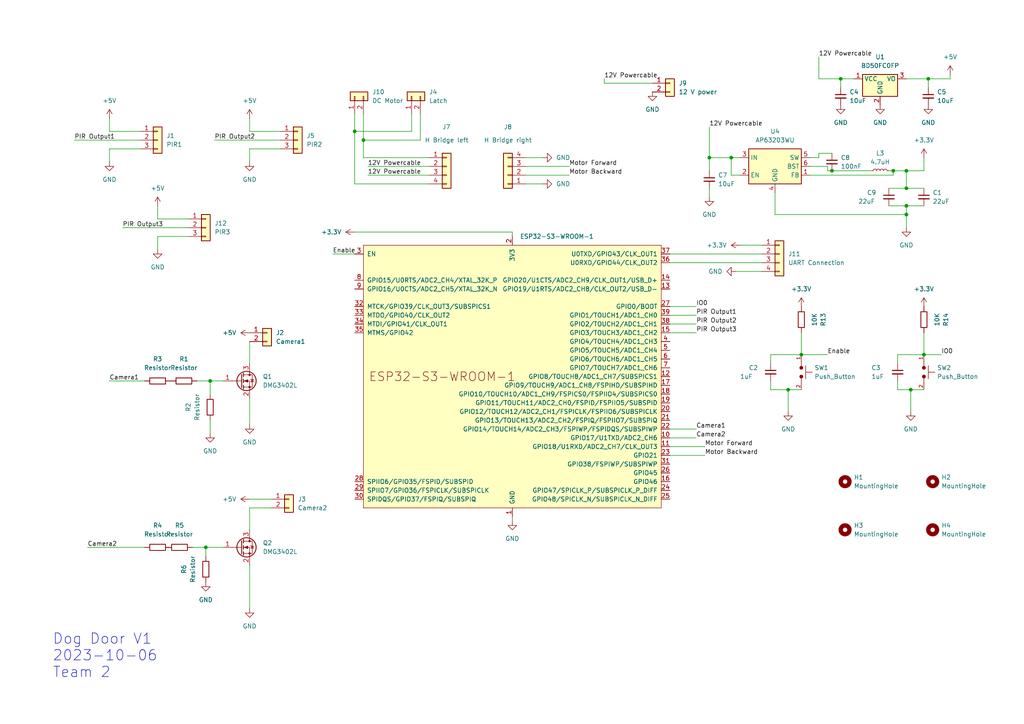
<source format=kicad_sch>
(kicad_sch (version 20230121) (generator eeschema)

  (uuid 45c14bad-12cf-464a-8aca-f83927daaab8)

  (paper "A4")

  (lib_symbols
    (symbol "Connector_Generic:Conn_01x02" (pin_names (offset 1.016) hide) (in_bom yes) (on_board yes)
      (property "Reference" "J" (at 0 2.54 0)
        (effects (font (size 1.27 1.27)))
      )
      (property "Value" "Conn_01x02" (at 0 -5.08 0)
        (effects (font (size 1.27 1.27)))
      )
      (property "Footprint" "" (at 0 0 0)
        (effects (font (size 1.27 1.27)) hide)
      )
      (property "Datasheet" "~" (at 0 0 0)
        (effects (font (size 1.27 1.27)) hide)
      )
      (property "ki_keywords" "connector" (at 0 0 0)
        (effects (font (size 1.27 1.27)) hide)
      )
      (property "ki_description" "Generic connector, single row, 01x02, script generated (kicad-library-utils/schlib/autogen/connector/)" (at 0 0 0)
        (effects (font (size 1.27 1.27)) hide)
      )
      (property "ki_fp_filters" "Connector*:*_1x??_*" (at 0 0 0)
        (effects (font (size 1.27 1.27)) hide)
      )
      (symbol "Conn_01x02_1_1"
        (rectangle (start -1.27 -2.413) (end 0 -2.667)
          (stroke (width 0.1524) (type default))
          (fill (type none))
        )
        (rectangle (start -1.27 0.127) (end 0 -0.127)
          (stroke (width 0.1524) (type default))
          (fill (type none))
        )
        (rectangle (start -1.27 1.27) (end 1.27 -3.81)
          (stroke (width 0.254) (type default))
          (fill (type background))
        )
        (pin passive line (at -5.08 0 0) (length 3.81)
          (name "Pin_1" (effects (font (size 1.27 1.27))))
          (number "1" (effects (font (size 1.27 1.27))))
        )
        (pin passive line (at -5.08 -2.54 0) (length 3.81)
          (name "Pin_2" (effects (font (size 1.27 1.27))))
          (number "2" (effects (font (size 1.27 1.27))))
        )
      )
    )
    (symbol "Connector_Generic:Conn_01x03" (pin_names (offset 1.016) hide) (in_bom yes) (on_board yes)
      (property "Reference" "J" (at 0 5.08 0)
        (effects (font (size 1.27 1.27)))
      )
      (property "Value" "Conn_01x03" (at 0 -5.08 0)
        (effects (font (size 1.27 1.27)))
      )
      (property "Footprint" "" (at 0 0 0)
        (effects (font (size 1.27 1.27)) hide)
      )
      (property "Datasheet" "~" (at 0 0 0)
        (effects (font (size 1.27 1.27)) hide)
      )
      (property "ki_keywords" "connector" (at 0 0 0)
        (effects (font (size 1.27 1.27)) hide)
      )
      (property "ki_description" "Generic connector, single row, 01x03, script generated (kicad-library-utils/schlib/autogen/connector/)" (at 0 0 0)
        (effects (font (size 1.27 1.27)) hide)
      )
      (property "ki_fp_filters" "Connector*:*_1x??_*" (at 0 0 0)
        (effects (font (size 1.27 1.27)) hide)
      )
      (symbol "Conn_01x03_1_1"
        (rectangle (start -1.27 -2.413) (end 0 -2.667)
          (stroke (width 0.1524) (type default))
          (fill (type none))
        )
        (rectangle (start -1.27 0.127) (end 0 -0.127)
          (stroke (width 0.1524) (type default))
          (fill (type none))
        )
        (rectangle (start -1.27 2.667) (end 0 2.413)
          (stroke (width 0.1524) (type default))
          (fill (type none))
        )
        (rectangle (start -1.27 3.81) (end 1.27 -3.81)
          (stroke (width 0.254) (type default))
          (fill (type background))
        )
        (pin passive line (at -5.08 2.54 0) (length 3.81)
          (name "Pin_1" (effects (font (size 1.27 1.27))))
          (number "1" (effects (font (size 1.27 1.27))))
        )
        (pin passive line (at -5.08 0 0) (length 3.81)
          (name "Pin_2" (effects (font (size 1.27 1.27))))
          (number "2" (effects (font (size 1.27 1.27))))
        )
        (pin passive line (at -5.08 -2.54 0) (length 3.81)
          (name "Pin_3" (effects (font (size 1.27 1.27))))
          (number "3" (effects (font (size 1.27 1.27))))
        )
      )
    )
    (symbol "Connector_Generic:Conn_01x04" (pin_names (offset 1.016) hide) (in_bom yes) (on_board yes)
      (property "Reference" "J" (at 0 5.08 0)
        (effects (font (size 1.27 1.27)))
      )
      (property "Value" "Conn_01x04" (at 0 -7.62 0)
        (effects (font (size 1.27 1.27)))
      )
      (property "Footprint" "" (at 0 0 0)
        (effects (font (size 1.27 1.27)) hide)
      )
      (property "Datasheet" "~" (at 0 0 0)
        (effects (font (size 1.27 1.27)) hide)
      )
      (property "ki_keywords" "connector" (at 0 0 0)
        (effects (font (size 1.27 1.27)) hide)
      )
      (property "ki_description" "Generic connector, single row, 01x04, script generated (kicad-library-utils/schlib/autogen/connector/)" (at 0 0 0)
        (effects (font (size 1.27 1.27)) hide)
      )
      (property "ki_fp_filters" "Connector*:*_1x??_*" (at 0 0 0)
        (effects (font (size 1.27 1.27)) hide)
      )
      (symbol "Conn_01x04_1_1"
        (rectangle (start -1.27 -4.953) (end 0 -5.207)
          (stroke (width 0.1524) (type default))
          (fill (type none))
        )
        (rectangle (start -1.27 -2.413) (end 0 -2.667)
          (stroke (width 0.1524) (type default))
          (fill (type none))
        )
        (rectangle (start -1.27 0.127) (end 0 -0.127)
          (stroke (width 0.1524) (type default))
          (fill (type none))
        )
        (rectangle (start -1.27 2.667) (end 0 2.413)
          (stroke (width 0.1524) (type default))
          (fill (type none))
        )
        (rectangle (start -1.27 3.81) (end 1.27 -6.35)
          (stroke (width 0.254) (type default))
          (fill (type background))
        )
        (pin passive line (at -5.08 2.54 0) (length 3.81)
          (name "Pin_1" (effects (font (size 1.27 1.27))))
          (number "1" (effects (font (size 1.27 1.27))))
        )
        (pin passive line (at -5.08 0 0) (length 3.81)
          (name "Pin_2" (effects (font (size 1.27 1.27))))
          (number "2" (effects (font (size 1.27 1.27))))
        )
        (pin passive line (at -5.08 -2.54 0) (length 3.81)
          (name "Pin_3" (effects (font (size 1.27 1.27))))
          (number "3" (effects (font (size 1.27 1.27))))
        )
        (pin passive line (at -5.08 -5.08 0) (length 3.81)
          (name "Pin_4" (effects (font (size 1.27 1.27))))
          (number "4" (effects (font (size 1.27 1.27))))
        )
      )
    )
    (symbol "Device:C_Small" (pin_numbers hide) (pin_names (offset 0.254) hide) (in_bom yes) (on_board yes)
      (property "Reference" "C" (at 0.254 1.778 0)
        (effects (font (size 1.27 1.27)) (justify left))
      )
      (property "Value" "C_Small" (at 0.254 -2.032 0)
        (effects (font (size 1.27 1.27)) (justify left))
      )
      (property "Footprint" "" (at 0 0 0)
        (effects (font (size 1.27 1.27)) hide)
      )
      (property "Datasheet" "~" (at 0 0 0)
        (effects (font (size 1.27 1.27)) hide)
      )
      (property "ki_keywords" "capacitor cap" (at 0 0 0)
        (effects (font (size 1.27 1.27)) hide)
      )
      (property "ki_description" "Unpolarized capacitor, small symbol" (at 0 0 0)
        (effects (font (size 1.27 1.27)) hide)
      )
      (property "ki_fp_filters" "C_*" (at 0 0 0)
        (effects (font (size 1.27 1.27)) hide)
      )
      (symbol "C_Small_0_1"
        (polyline
          (pts
            (xy -1.524 -0.508)
            (xy 1.524 -0.508)
          )
          (stroke (width 0.3302) (type default))
          (fill (type none))
        )
        (polyline
          (pts
            (xy -1.524 0.508)
            (xy 1.524 0.508)
          )
          (stroke (width 0.3048) (type default))
          (fill (type none))
        )
      )
      (symbol "C_Small_1_1"
        (pin passive line (at 0 2.54 270) (length 2.032)
          (name "~" (effects (font (size 1.27 1.27))))
          (number "1" (effects (font (size 1.27 1.27))))
        )
        (pin passive line (at 0 -2.54 90) (length 2.032)
          (name "~" (effects (font (size 1.27 1.27))))
          (number "2" (effects (font (size 1.27 1.27))))
        )
      )
    )
    (symbol "Device:L_Small" (pin_numbers hide) (pin_names (offset 0.254) hide) (in_bom yes) (on_board yes)
      (property "Reference" "L" (at 0.762 1.016 0)
        (effects (font (size 1.27 1.27)) (justify left))
      )
      (property "Value" "L_Small" (at 0.762 -1.016 0)
        (effects (font (size 1.27 1.27)) (justify left))
      )
      (property "Footprint" "" (at 0 0 0)
        (effects (font (size 1.27 1.27)) hide)
      )
      (property "Datasheet" "~" (at 0 0 0)
        (effects (font (size 1.27 1.27)) hide)
      )
      (property "ki_keywords" "inductor choke coil reactor magnetic" (at 0 0 0)
        (effects (font (size 1.27 1.27)) hide)
      )
      (property "ki_description" "Inductor, small symbol" (at 0 0 0)
        (effects (font (size 1.27 1.27)) hide)
      )
      (property "ki_fp_filters" "Choke_* *Coil* Inductor_* L_*" (at 0 0 0)
        (effects (font (size 1.27 1.27)) hide)
      )
      (symbol "L_Small_0_1"
        (arc (start 0 -2.032) (mid 0.5058 -1.524) (end 0 -1.016)
          (stroke (width 0) (type default))
          (fill (type none))
        )
        (arc (start 0 -1.016) (mid 0.5058 -0.508) (end 0 0)
          (stroke (width 0) (type default))
          (fill (type none))
        )
        (arc (start 0 0) (mid 0.5058 0.508) (end 0 1.016)
          (stroke (width 0) (type default))
          (fill (type none))
        )
        (arc (start 0 1.016) (mid 0.5058 1.524) (end 0 2.032)
          (stroke (width 0) (type default))
          (fill (type none))
        )
      )
      (symbol "L_Small_1_1"
        (pin passive line (at 0 2.54 270) (length 0.508)
          (name "~" (effects (font (size 1.27 1.27))))
          (number "1" (effects (font (size 1.27 1.27))))
        )
        (pin passive line (at 0 -2.54 90) (length 0.508)
          (name "~" (effects (font (size 1.27 1.27))))
          (number "2" (effects (font (size 1.27 1.27))))
        )
      )
    )
    (symbol "Mechanical:MountingHole" (pin_names (offset 1.016)) (in_bom yes) (on_board yes)
      (property "Reference" "H" (at 0 5.08 0)
        (effects (font (size 1.27 1.27)))
      )
      (property "Value" "MountingHole" (at 0 3.175 0)
        (effects (font (size 1.27 1.27)))
      )
      (property "Footprint" "" (at 0 0 0)
        (effects (font (size 1.27 1.27)) hide)
      )
      (property "Datasheet" "~" (at 0 0 0)
        (effects (font (size 1.27 1.27)) hide)
      )
      (property "ki_keywords" "mounting hole" (at 0 0 0)
        (effects (font (size 1.27 1.27)) hide)
      )
      (property "ki_description" "Mounting Hole without connection" (at 0 0 0)
        (effects (font (size 1.27 1.27)) hide)
      )
      (property "ki_fp_filters" "MountingHole*" (at 0 0 0)
        (effects (font (size 1.27 1.27)) hide)
      )
      (symbol "MountingHole_0_1"
        (circle (center 0 0) (radius 1.27)
          (stroke (width 1.27) (type default))
          (fill (type none))
        )
      )
    )
    (symbol "PCM_Espressif:ESP32-S3-WROOM-1" (pin_names (offset 1.016)) (in_bom yes) (on_board yes)
      (property "Reference" "U" (at -43.18 43.18 0)
        (effects (font (size 1.27 1.27)) (justify left))
      )
      (property "Value" "ESP32-S3-WROOM-1" (at -43.18 40.64 0)
        (effects (font (size 1.27 1.27)) (justify left))
      )
      (property "Footprint" "PCM_Espressif:ESP32-S3-WROOM-1" (at 2.54 -48.26 0)
        (effects (font (size 1.27 1.27)) hide)
      )
      (property "Datasheet" "https://www.espressif.com/sites/default/files/documentation/esp32-s3-wroom-1_wroom-1u_datasheet_en.pdf" (at 2.54 -50.8 0)
        (effects (font (size 1.27 1.27)) hide)
      )
      (property "ki_description" "2.4 GHz WiFi (802.11 b/g/n) and Bluetooth ® 5 (LE) module Built around ESP32S3 series of SoCs, Xtensa ® dualcore 32bit LX7 microprocessor Flash up to 16 MB, PSRAM up to 8 MB 36 GPIOs, rich set of peripherals Onboard PCB antenna" (at 0 0 0)
        (effects (font (size 1.27 1.27)) hide)
      )
      (symbol "ESP32-S3-WROOM-1_0_0"
        (text "ESP32-S3-WROOM-1" (at -20.32 0 0)
          (effects (font (size 2.54 2.54)))
        )
        (pin power_in line (at 0 -40.64 90) (length 2.54)
          (name "GND" (effects (font (size 1.27 1.27))))
          (number "1" (effects (font (size 1.27 1.27))))
        )
        (pin bidirectional line (at 45.72 -17.78 180) (length 2.54)
          (name "GPIO17/U1TXD/ADC2_CH6" (effects (font (size 1.27 1.27))))
          (number "10" (effects (font (size 1.27 1.27))))
        )
        (pin bidirectional line (at 45.72 -20.32 180) (length 2.54)
          (name "GPIO18/U1RXD/ADC2_CH7/CLK_OUT3" (effects (font (size 1.27 1.27))))
          (number "11" (effects (font (size 1.27 1.27))))
        )
        (pin bidirectional line (at 45.72 0 180) (length 2.54)
          (name "GPIO8/TOUCH8/ADC1_CH7/SUBSPICS1" (effects (font (size 1.27 1.27))))
          (number "12" (effects (font (size 1.27 1.27))))
        )
        (pin bidirectional line (at 45.72 25.4 180) (length 2.54)
          (name "GPIO19/U1RTS/ADC2_CH8/CLK_OUT2/USB_D-" (effects (font (size 1.27 1.27))))
          (number "13" (effects (font (size 1.27 1.27))))
        )
        (pin bidirectional line (at 45.72 27.94 180) (length 2.54)
          (name "GPIO20/U1CTS/ADC2_CH9/CLK_OUT1/USB_D+" (effects (font (size 1.27 1.27))))
          (number "14" (effects (font (size 1.27 1.27))))
        )
        (pin bidirectional line (at 45.72 12.7 180) (length 2.54)
          (name "GPIO3/TOUCH3/ADC1_CH2" (effects (font (size 1.27 1.27))))
          (number "15" (effects (font (size 1.27 1.27))))
        )
        (pin bidirectional line (at 45.72 -30.48 180) (length 2.54)
          (name "GPIO46" (effects (font (size 1.27 1.27))))
          (number "16" (effects (font (size 1.27 1.27))))
        )
        (pin bidirectional line (at 45.72 -2.54 180) (length 2.54)
          (name "GPIO9/TOUCH9/ADC1_CH8/FSPIHD/SUBSPIHD" (effects (font (size 1.27 1.27))))
          (number "17" (effects (font (size 1.27 1.27))))
        )
        (pin bidirectional line (at 45.72 -5.08 180) (length 2.54)
          (name "GPIO10/TOUCH10/ADC1_CH9/FSPICS0/FSPIIO4/SUBSPICS0" (effects (font (size 1.27 1.27))))
          (number "18" (effects (font (size 1.27 1.27))))
        )
        (pin bidirectional line (at 45.72 -7.62 180) (length 2.54)
          (name "GPIO11/TOUCH11/ADC2_CH0/FSPID/FSPIIO5/SUBSPID" (effects (font (size 1.27 1.27))))
          (number "19" (effects (font (size 1.27 1.27))))
        )
        (pin power_in line (at 0 40.64 270) (length 2.54)
          (name "3V3" (effects (font (size 1.27 1.27))))
          (number "2" (effects (font (size 1.27 1.27))))
        )
        (pin bidirectional line (at 45.72 -10.16 180) (length 2.54)
          (name "GPIO12/TOUCH12/ADC2_CH1/FSPICLK/FSPIIO6/SUBSPICLK" (effects (font (size 1.27 1.27))))
          (number "20" (effects (font (size 1.27 1.27))))
        )
        (pin bidirectional line (at 45.72 -12.7 180) (length 2.54)
          (name "GPIO13/TOUCH13/ADC2_CH2/FSPIQ/FSPIIO7/SUBSPIQ" (effects (font (size 1.27 1.27))))
          (number "21" (effects (font (size 1.27 1.27))))
        )
        (pin bidirectional line (at 45.72 -15.24 180) (length 2.54)
          (name "GPIO14/TOUCH14/ADC2_CH3/FSPIWP/FSPIDQS/SUBSPIWP" (effects (font (size 1.27 1.27))))
          (number "22" (effects (font (size 1.27 1.27))))
        )
        (pin bidirectional line (at 45.72 -22.86 180) (length 2.54)
          (name "GPIO21" (effects (font (size 1.27 1.27))))
          (number "23" (effects (font (size 1.27 1.27))))
        )
        (pin bidirectional line (at 45.72 -33.02 180) (length 2.54)
          (name "GPIO47/SPICLK_P/SUBSPICLK_P_DIFF" (effects (font (size 1.27 1.27))))
          (number "24" (effects (font (size 1.27 1.27))))
        )
        (pin bidirectional line (at 45.72 -35.56 180) (length 2.54)
          (name "GPIO48/SPICLK_N/SUBSPICLK_N_DIFF" (effects (font (size 1.27 1.27))))
          (number "25" (effects (font (size 1.27 1.27))))
        )
        (pin bidirectional line (at 45.72 -27.94 180) (length 2.54)
          (name "GPIO45" (effects (font (size 1.27 1.27))))
          (number "26" (effects (font (size 1.27 1.27))))
        )
        (pin bidirectional line (at 45.72 20.32 180) (length 2.54)
          (name "GPIO0/BOOT" (effects (font (size 1.27 1.27))))
          (number "27" (effects (font (size 1.27 1.27))))
        )
        (pin bidirectional line (at -45.72 -30.48 0) (length 2.54)
          (name "SPIIO6/GPIO35/FSPID/SUBSPID" (effects (font (size 1.27 1.27))))
          (number "28" (effects (font (size 1.27 1.27))))
        )
        (pin bidirectional line (at -45.72 -33.02 0) (length 2.54)
          (name "SPIIO7/GPIO36/FSPICLK/SUBSPICLK" (effects (font (size 1.27 1.27))))
          (number "29" (effects (font (size 1.27 1.27))))
        )
        (pin input line (at -45.72 35.56 0) (length 2.54)
          (name "EN" (effects (font (size 1.27 1.27))))
          (number "3" (effects (font (size 1.27 1.27))))
        )
        (pin bidirectional line (at -45.72 -35.56 0) (length 2.54)
          (name "SPIDQS/GPIO37/FSPIQ/SUBSPIQ" (effects (font (size 1.27 1.27))))
          (number "30" (effects (font (size 1.27 1.27))))
        )
        (pin bidirectional line (at 45.72 -25.4 180) (length 2.54)
          (name "GPIO38/FSPIWP/SUBSPIWP" (effects (font (size 1.27 1.27))))
          (number "31" (effects (font (size 1.27 1.27))))
        )
        (pin bidirectional line (at -45.72 20.32 0) (length 2.54)
          (name "MTCK/GPIO39/CLK_OUT3/SUBSPICS1" (effects (font (size 1.27 1.27))))
          (number "32" (effects (font (size 1.27 1.27))))
        )
        (pin bidirectional line (at -45.72 17.78 0) (length 2.54)
          (name "MTDO/GPIO40/CLK_OUT2" (effects (font (size 1.27 1.27))))
          (number "33" (effects (font (size 1.27 1.27))))
        )
        (pin bidirectional line (at -45.72 15.24 0) (length 2.54)
          (name "MTDI/GPIO41/CLK_OUT1" (effects (font (size 1.27 1.27))))
          (number "34" (effects (font (size 1.27 1.27))))
        )
        (pin bidirectional line (at -45.72 12.7 0) (length 2.54)
          (name "MTMS/GPIO42" (effects (font (size 1.27 1.27))))
          (number "35" (effects (font (size 1.27 1.27))))
        )
        (pin bidirectional line (at 45.72 33.02 180) (length 2.54)
          (name "U0RXD/GPIO44/CLK_OUT2" (effects (font (size 1.27 1.27))))
          (number "36" (effects (font (size 1.27 1.27))))
        )
        (pin bidirectional line (at 45.72 35.56 180) (length 2.54)
          (name "U0TXD/GPIO43/CLK_OUT1" (effects (font (size 1.27 1.27))))
          (number "37" (effects (font (size 1.27 1.27))))
        )
        (pin bidirectional line (at 45.72 15.24 180) (length 2.54)
          (name "GPIO2/TOUCH2/ADC1_CH1" (effects (font (size 1.27 1.27))))
          (number "38" (effects (font (size 1.27 1.27))))
        )
        (pin bidirectional line (at 45.72 17.78 180) (length 2.54)
          (name "GPIO1/TOUCH1/ADC1_CH0" (effects (font (size 1.27 1.27))))
          (number "39" (effects (font (size 1.27 1.27))))
        )
        (pin bidirectional line (at 45.72 10.16 180) (length 2.54)
          (name "GPIO4/TOUCH4/ADC1_CH3" (effects (font (size 1.27 1.27))))
          (number "4" (effects (font (size 1.27 1.27))))
        )
        (pin passive line (at 0 -40.64 90) (length 2.54) hide
          (name "GND" (effects (font (size 1.27 1.27))))
          (number "40" (effects (font (size 1.27 1.27))))
        )
        (pin passive line (at 0 -40.64 90) (length 2.54) hide
          (name "GND" (effects (font (size 1.27 1.27))))
          (number "41" (effects (font (size 1.27 1.27))))
        )
        (pin bidirectional line (at 45.72 7.62 180) (length 2.54)
          (name "GPIO5/TOUCH5/ADC1_CH4" (effects (font (size 1.27 1.27))))
          (number "5" (effects (font (size 1.27 1.27))))
        )
        (pin bidirectional line (at 45.72 5.08 180) (length 2.54)
          (name "GPIO6/TOUCH6/ADC1_CH5" (effects (font (size 1.27 1.27))))
          (number "6" (effects (font (size 1.27 1.27))))
        )
        (pin bidirectional line (at 45.72 2.54 180) (length 2.54)
          (name "GPIO7/TOUCH7/ADC1_CH6" (effects (font (size 1.27 1.27))))
          (number "7" (effects (font (size 1.27 1.27))))
        )
        (pin bidirectional line (at -45.72 27.94 0) (length 2.54)
          (name "GPIO15/U0RTS/ADC2_CH4/XTAL_32K_P" (effects (font (size 1.27 1.27))))
          (number "8" (effects (font (size 1.27 1.27))))
        )
        (pin bidirectional line (at -45.72 25.4 0) (length 2.54)
          (name "GPIO16/U0CTS/ADC2_CH5/XTAL_32K_N" (effects (font (size 1.27 1.27))))
          (number "9" (effects (font (size 1.27 1.27))))
        )
      )
      (symbol "ESP32-S3-WROOM-1_0_1"
        (rectangle (start -43.18 38.1) (end 43.18 -38.1)
          (stroke (width 0) (type default))
          (fill (type background))
        )
      )
    )
    (symbol "PCM_SL_Devices:Push_Button" (in_bom yes) (on_board yes)
      (property "Reference" "SW" (at 0 6.35 0)
        (effects (font (size 1.27 1.27)))
      )
      (property "Value" "Push_Button" (at 0 4.445 0)
        (effects (font (size 1.27 1.27)))
      )
      (property "Footprint" "Button_Switch_THT:SW_PUSH_6mm" (at -0.127 -3.175 0)
        (effects (font (size 1.27 1.27)) hide)
      )
      (property "Datasheet" "" (at 0 0 0)
        (effects (font (size 1.27 1.27)) hide)
      )
      (property "ki_keywords" "Switch" (at 0 0 0)
        (effects (font (size 1.27 1.27)) hide)
      )
      (property "ki_description" "Common 6mmx6mm Push Button" (at 0 0 0)
        (effects (font (size 1.27 1.27)) hide)
      )
      (symbol "Push_Button_0_1"
        (circle (center -1.27 0) (radius 0.4579)
          (stroke (width 0) (type default))
          (fill (type outline))
        )
        (polyline
          (pts
            (xy -3.175 0)
            (xy -1.778 0)
          )
          (stroke (width 0) (type default))
          (fill (type none))
        )
        (polyline
          (pts
            (xy -1.905 1.27)
            (xy 1.905 1.27)
          )
          (stroke (width 0) (type default))
          (fill (type none))
        )
        (polyline
          (pts
            (xy 0 1.27)
            (xy 0 3.175)
          )
          (stroke (width 0) (type default))
          (fill (type none))
        )
        (polyline
          (pts
            (xy 1.778 0)
            (xy 3.175 0)
          )
          (stroke (width 0) (type default))
          (fill (type none))
        )
        (circle (center 1.27 0) (radius 0.4579)
          (stroke (width 0) (type default))
          (fill (type outline))
        )
      )
      (symbol "Push_Button_1_1"
        (pin passive line (at -5.08 0 0) (length 2)
          (name "" (effects (font (size 1.27 1.27))))
          (number "1" (effects (font (size 1 1))))
        )
        (pin passive line (at 5.08 0 180) (length 2)
          (name "" (effects (font (size 1.27 1.27))))
          (number "2" (effects (font (size 1 1))))
        )
      )
    )
    (symbol "PCM_SL_Devices:Resistor" (in_bom yes) (on_board yes)
      (property "Reference" "R" (at 0 5.08 0)
        (effects (font (size 1.27 1.27)))
      )
      (property "Value" "Resistor" (at 0 2.54 0)
        (effects (font (size 1.27 1.27)))
      )
      (property "Footprint" "Resistor_THT:R_Axial_DIN0207_L6.3mm_D2.5mm_P10.16mm_Horizontal" (at 0.889 -4.318 0)
        (effects (font (size 1.27 1.27)) hide)
      )
      (property "Datasheet" "" (at 0.508 0 0)
        (effects (font (size 1.27 1.27)) hide)
      )
      (property "ki_keywords" "Resistor 0.25W" (at 0 0 0)
        (effects (font (size 1.27 1.27)) hide)
      )
      (property "ki_description" "0.25W Resistor" (at 0 0 0)
        (effects (font (size 1.27 1.27)) hide)
      )
      (property "ki_fp_filters" "Resistor_THT:R_Axial_DIN0207_L6.3mm_D2.5mm*" (at 0 0 0)
        (effects (font (size 1.27 1.27)) hide)
      )
      (symbol "Resistor_0_1"
        (rectangle (start -2.286 0.889) (end 2.286 -0.889)
          (stroke (width 0.24) (type default))
          (fill (type none))
        )
      )
      (symbol "Resistor_1_1"
        (pin passive line (at -3.81 0 0) (length 1.5)
          (name "" (effects (font (size 1.27 1.27))))
          (number "1" (effects (font (size 0 0))))
        )
        (pin passive line (at 3.81 0 180) (length 1.5)
          (name "~" (effects (font (size 1.27 1.27))))
          (number "2" (effects (font (size 0 0))))
        )
      )
    )
    (symbol "Regulator_Linear:BD50FC0FP" (in_bom yes) (on_board yes)
      (property "Reference" "U" (at 0 7.62 0)
        (effects (font (size 1.27 1.27)))
      )
      (property "Value" "BD50FC0FP" (at 0 5.08 0)
        (effects (font (size 1.27 1.27)))
      )
      (property "Footprint" "Package_TO_SOT_SMD:TO-252-2" (at 0 2.54 0)
        (effects (font (size 1.27 1.27)) hide)
      )
      (property "Datasheet" "https://fscdn.rohm.com/en/products/databook/datasheet/ic/power/linear_regulator/bdxxfc0wefj-e.pdf" (at 0 10.16 0)
        (effects (font (size 1.27 1.27)) hide)
      )
      (property "ki_keywords" "linear regulator fixed positive over voltage protection thermal shutdown" (at 0 0 0)
        (effects (font (size 1.27 1.27)) hide)
      )
      (property "ki_description" "1A, 5.0V LDO regulator with OVP & TSP, without enable, TO-252" (at 0 0 0)
        (effects (font (size 1.27 1.27)) hide)
      )
      (property "ki_fp_filters" "TO?252*" (at 0 0 0)
        (effects (font (size 1.27 1.27)) hide)
      )
      (symbol "BD50FC0FP_1_1"
        (rectangle (start -5.08 -5.08) (end 5.08 1.27)
          (stroke (width 0.254) (type default))
          (fill (type background))
        )
        (pin power_in line (at -7.62 0 0) (length 2.54)
          (name "VCC" (effects (font (size 1.27 1.27))))
          (number "1" (effects (font (size 1.27 1.27))))
        )
        (pin power_in line (at 0 -7.62 90) (length 2.54)
          (name "GND" (effects (font (size 1.27 1.27))))
          (number "2" (effects (font (size 1.27 1.27))))
        )
        (pin power_out line (at 7.62 0 180) (length 2.54)
          (name "VO" (effects (font (size 1.27 1.27))))
          (number "3" (effects (font (size 1.27 1.27))))
        )
      )
    )
    (symbol "Regulator_Switching:AP63203WU" (in_bom yes) (on_board yes)
      (property "Reference" "U" (at -7.62 6.35 0)
        (effects (font (size 1.27 1.27)))
      )
      (property "Value" "AP63203WU" (at 2.54 6.35 0)
        (effects (font (size 1.27 1.27)))
      )
      (property "Footprint" "Package_TO_SOT_SMD:TSOT-23-6" (at 0 -22.86 0)
        (effects (font (size 1.27 1.27)) hide)
      )
      (property "Datasheet" "https://www.diodes.com/assets/Datasheets/AP63200-AP63201-AP63203-AP63205.pdf" (at 0 0 0)
        (effects (font (size 1.27 1.27)) hide)
      )
      (property "ki_keywords" "2A Buck DC/DC" (at 0 0 0)
        (effects (font (size 1.27 1.27)) hide)
      )
      (property "ki_description" "2A, 1.1MHz Buck DC/DC Converter, fixed 3.3V output voltage, TSOT-23-6" (at 0 0 0)
        (effects (font (size 1.27 1.27)) hide)
      )
      (property "ki_fp_filters" "TSOT?23*" (at 0 0 0)
        (effects (font (size 1.27 1.27)) hide)
      )
      (symbol "AP63203WU_0_1"
        (rectangle (start -7.62 5.08) (end 7.62 -5.08)
          (stroke (width 0.254) (type default))
          (fill (type background))
        )
      )
      (symbol "AP63203WU_1_1"
        (pin input line (at 10.16 -2.54 180) (length 2.54)
          (name "FB" (effects (font (size 1.27 1.27))))
          (number "1" (effects (font (size 1.27 1.27))))
        )
        (pin input line (at -10.16 -2.54 0) (length 2.54)
          (name "EN" (effects (font (size 1.27 1.27))))
          (number "2" (effects (font (size 1.27 1.27))))
        )
        (pin power_in line (at -10.16 2.54 0) (length 2.54)
          (name "IN" (effects (font (size 1.27 1.27))))
          (number "3" (effects (font (size 1.27 1.27))))
        )
        (pin power_in line (at 0 -7.62 90) (length 2.54)
          (name "GND" (effects (font (size 1.27 1.27))))
          (number "4" (effects (font (size 1.27 1.27))))
        )
        (pin output line (at 10.16 2.54 180) (length 2.54)
          (name "SW" (effects (font (size 1.27 1.27))))
          (number "5" (effects (font (size 1.27 1.27))))
        )
        (pin passive line (at 10.16 0 180) (length 2.54)
          (name "BST" (effects (font (size 1.27 1.27))))
          (number "6" (effects (font (size 1.27 1.27))))
        )
      )
    )
    (symbol "Transistor_FET:DMG3402L" (pin_names hide) (in_bom yes) (on_board yes)
      (property "Reference" "Q" (at 5.08 1.905 0)
        (effects (font (size 1.27 1.27)) (justify left))
      )
      (property "Value" "DMG3402L" (at 5.08 0 0)
        (effects (font (size 1.27 1.27)) (justify left))
      )
      (property "Footprint" "Package_TO_SOT_SMD:SOT-23" (at 5.08 -1.905 0)
        (effects (font (size 1.27 1.27) italic) (justify left) hide)
      )
      (property "Datasheet" "http://www.diodes.com/assets/Datasheets/DMG3402L.pdf" (at 0 0 0)
        (effects (font (size 1.27 1.27)) (justify left) hide)
      )
      (property "ki_keywords" "N-Channel MOSFET" (at 0 0 0)
        (effects (font (size 1.27 1.27)) hide)
      )
      (property "ki_description" "4A Id, 30V Vds, N-Channel MOSFET, SOT-23" (at 0 0 0)
        (effects (font (size 1.27 1.27)) hide)
      )
      (property "ki_fp_filters" "SOT?23*" (at 0 0 0)
        (effects (font (size 1.27 1.27)) hide)
      )
      (symbol "DMG3402L_0_1"
        (polyline
          (pts
            (xy 0.254 0)
            (xy -2.54 0)
          )
          (stroke (width 0) (type default))
          (fill (type none))
        )
        (polyline
          (pts
            (xy 0.254 1.905)
            (xy 0.254 -1.905)
          )
          (stroke (width 0.254) (type default))
          (fill (type none))
        )
        (polyline
          (pts
            (xy 0.762 -1.27)
            (xy 0.762 -2.286)
          )
          (stroke (width 0.254) (type default))
          (fill (type none))
        )
        (polyline
          (pts
            (xy 0.762 0.508)
            (xy 0.762 -0.508)
          )
          (stroke (width 0.254) (type default))
          (fill (type none))
        )
        (polyline
          (pts
            (xy 0.762 2.286)
            (xy 0.762 1.27)
          )
          (stroke (width 0.254) (type default))
          (fill (type none))
        )
        (polyline
          (pts
            (xy 2.54 2.54)
            (xy 2.54 1.778)
          )
          (stroke (width 0) (type default))
          (fill (type none))
        )
        (polyline
          (pts
            (xy 2.54 -2.54)
            (xy 2.54 0)
            (xy 0.762 0)
          )
          (stroke (width 0) (type default))
          (fill (type none))
        )
        (polyline
          (pts
            (xy 0.762 -1.778)
            (xy 3.302 -1.778)
            (xy 3.302 1.778)
            (xy 0.762 1.778)
          )
          (stroke (width 0) (type default))
          (fill (type none))
        )
        (polyline
          (pts
            (xy 1.016 0)
            (xy 2.032 0.381)
            (xy 2.032 -0.381)
            (xy 1.016 0)
          )
          (stroke (width 0) (type default))
          (fill (type outline))
        )
        (polyline
          (pts
            (xy 2.794 0.508)
            (xy 2.921 0.381)
            (xy 3.683 0.381)
            (xy 3.81 0.254)
          )
          (stroke (width 0) (type default))
          (fill (type none))
        )
        (polyline
          (pts
            (xy 3.302 0.381)
            (xy 2.921 -0.254)
            (xy 3.683 -0.254)
            (xy 3.302 0.381)
          )
          (stroke (width 0) (type default))
          (fill (type none))
        )
        (circle (center 1.651 0) (radius 2.794)
          (stroke (width 0.254) (type default))
          (fill (type none))
        )
        (circle (center 2.54 -1.778) (radius 0.254)
          (stroke (width 0) (type default))
          (fill (type outline))
        )
        (circle (center 2.54 1.778) (radius 0.254)
          (stroke (width 0) (type default))
          (fill (type outline))
        )
      )
      (symbol "DMG3402L_1_1"
        (pin input line (at -5.08 0 0) (length 2.54)
          (name "G" (effects (font (size 1.27 1.27))))
          (number "1" (effects (font (size 1.27 1.27))))
        )
        (pin passive line (at 2.54 -5.08 90) (length 2.54)
          (name "S" (effects (font (size 1.27 1.27))))
          (number "2" (effects (font (size 1.27 1.27))))
        )
        (pin passive line (at 2.54 5.08 270) (length 2.54)
          (name "D" (effects (font (size 1.27 1.27))))
          (number "3" (effects (font (size 1.27 1.27))))
        )
      )
    )
    (symbol "power:+3.3V" (power) (pin_names (offset 0)) (in_bom yes) (on_board yes)
      (property "Reference" "#PWR" (at 0 -3.81 0)
        (effects (font (size 1.27 1.27)) hide)
      )
      (property "Value" "+3.3V" (at 0 3.556 0)
        (effects (font (size 1.27 1.27)))
      )
      (property "Footprint" "" (at 0 0 0)
        (effects (font (size 1.27 1.27)) hide)
      )
      (property "Datasheet" "" (at 0 0 0)
        (effects (font (size 1.27 1.27)) hide)
      )
      (property "ki_keywords" "global power" (at 0 0 0)
        (effects (font (size 1.27 1.27)) hide)
      )
      (property "ki_description" "Power symbol creates a global label with name \"+3.3V\"" (at 0 0 0)
        (effects (font (size 1.27 1.27)) hide)
      )
      (symbol "+3.3V_0_1"
        (polyline
          (pts
            (xy -0.762 1.27)
            (xy 0 2.54)
          )
          (stroke (width 0) (type default))
          (fill (type none))
        )
        (polyline
          (pts
            (xy 0 0)
            (xy 0 2.54)
          )
          (stroke (width 0) (type default))
          (fill (type none))
        )
        (polyline
          (pts
            (xy 0 2.54)
            (xy 0.762 1.27)
          )
          (stroke (width 0) (type default))
          (fill (type none))
        )
      )
      (symbol "+3.3V_1_1"
        (pin power_in line (at 0 0 90) (length 0) hide
          (name "+3.3V" (effects (font (size 1.27 1.27))))
          (number "1" (effects (font (size 1.27 1.27))))
        )
      )
    )
    (symbol "power:+5V" (power) (pin_names (offset 0)) (in_bom yes) (on_board yes)
      (property "Reference" "#PWR" (at 0 -3.81 0)
        (effects (font (size 1.27 1.27)) hide)
      )
      (property "Value" "+5V" (at 0 3.556 0)
        (effects (font (size 1.27 1.27)))
      )
      (property "Footprint" "" (at 0 0 0)
        (effects (font (size 1.27 1.27)) hide)
      )
      (property "Datasheet" "" (at 0 0 0)
        (effects (font (size 1.27 1.27)) hide)
      )
      (property "ki_keywords" "global power" (at 0 0 0)
        (effects (font (size 1.27 1.27)) hide)
      )
      (property "ki_description" "Power symbol creates a global label with name \"+5V\"" (at 0 0 0)
        (effects (font (size 1.27 1.27)) hide)
      )
      (symbol "+5V_0_1"
        (polyline
          (pts
            (xy -0.762 1.27)
            (xy 0 2.54)
          )
          (stroke (width 0) (type default))
          (fill (type none))
        )
        (polyline
          (pts
            (xy 0 0)
            (xy 0 2.54)
          )
          (stroke (width 0) (type default))
          (fill (type none))
        )
        (polyline
          (pts
            (xy 0 2.54)
            (xy 0.762 1.27)
          )
          (stroke (width 0) (type default))
          (fill (type none))
        )
      )
      (symbol "+5V_1_1"
        (pin power_in line (at 0 0 90) (length 0) hide
          (name "+5V" (effects (font (size 1.27 1.27))))
          (number "1" (effects (font (size 1.27 1.27))))
        )
      )
    )
    (symbol "power:GND" (power) (pin_names (offset 0)) (in_bom yes) (on_board yes)
      (property "Reference" "#PWR" (at 0 -6.35 0)
        (effects (font (size 1.27 1.27)) hide)
      )
      (property "Value" "GND" (at 0 -3.81 0)
        (effects (font (size 1.27 1.27)))
      )
      (property "Footprint" "" (at 0 0 0)
        (effects (font (size 1.27 1.27)) hide)
      )
      (property "Datasheet" "" (at 0 0 0)
        (effects (font (size 1.27 1.27)) hide)
      )
      (property "ki_keywords" "global power" (at 0 0 0)
        (effects (font (size 1.27 1.27)) hide)
      )
      (property "ki_description" "Power symbol creates a global label with name \"GND\" , ground" (at 0 0 0)
        (effects (font (size 1.27 1.27)) hide)
      )
      (symbol "GND_0_1"
        (polyline
          (pts
            (xy 0 0)
            (xy 0 -1.27)
            (xy 1.27 -1.27)
            (xy 0 -2.54)
            (xy -1.27 -1.27)
            (xy 0 -1.27)
          )
          (stroke (width 0) (type default))
          (fill (type none))
        )
      )
      (symbol "GND_1_1"
        (pin power_in line (at 0 0 270) (length 0) hide
          (name "GND" (effects (font (size 1.27 1.27))))
          (number "1" (effects (font (size 1.27 1.27))))
        )
      )
    )
  )

  (junction (at 262.89 62.23) (diameter 0) (color 0 0 0 0)
    (uuid 21e343b5-9aa6-42cd-8bca-8f99b8acc9d2)
  )
  (junction (at 59.69 158.75) (diameter 0) (color 0 0 0 0)
    (uuid 4c5f28f0-35e6-4ac8-900e-5a0f482fe236)
  )
  (junction (at 212.09 45.72) (diameter 0) (color 0 0 0 0)
    (uuid 512ee8b8-e9f5-4370-b506-bbfefa82d0e0)
  )
  (junction (at 259.08 49.53) (diameter 0) (color 0 0 0 0)
    (uuid 513625b1-09cb-45ba-9688-8ab810e58ab8)
  )
  (junction (at 105.41 40.64) (diameter 0) (color 0 0 0 0)
    (uuid 5e955c01-0bc2-48a7-8136-25f4e9621150)
  )
  (junction (at 205.74 45.72) (diameter 0) (color 0 0 0 0)
    (uuid 6fb00f7e-5dce-4f76-b66b-1dc4dba9e966)
  )
  (junction (at 262.89 54.61) (diameter 0) (color 0 0 0 0)
    (uuid 79db73da-9d19-4a0d-ae51-c4893b93171f)
  )
  (junction (at 267.97 102.87) (diameter 0) (color 0 0 0 0)
    (uuid 7cbb0844-5e79-4bc1-9610-5d96e32e516a)
  )
  (junction (at 241.3 49.53) (diameter 0) (color 0 0 0 0)
    (uuid 899072d7-4cbc-4812-93c2-1052e024f031)
  )
  (junction (at 264.16 113.03) (diameter 0) (color 0 0 0 0)
    (uuid 9b2054ba-5e25-462f-8f37-34996939f4fd)
  )
  (junction (at 102.87 38.1) (diameter 0) (color 0 0 0 0)
    (uuid b5c65334-608a-4bbe-ac84-6c5fd4df59e7)
  )
  (junction (at 262.89 49.53) (diameter 0) (color 0 0 0 0)
    (uuid ca2fd478-3952-4be3-82f6-47cc7e855a33)
  )
  (junction (at 269.24 22.86) (diameter 0) (color 0 0 0 0)
    (uuid df03b917-aba3-404a-86b3-81dcf7005ab0)
  )
  (junction (at 262.89 59.69) (diameter 0) (color 0 0 0 0)
    (uuid eed0a545-58db-4b34-8abf-8d62cd65a5bf)
  )
  (junction (at 243.84 22.86) (diameter 0) (color 0 0 0 0)
    (uuid ef8fc345-0e5a-489a-9fdc-2a1b4a1ca244)
  )
  (junction (at 228.6 113.03) (diameter 0) (color 0 0 0 0)
    (uuid f6218b89-1797-4141-9ae6-33c28633a43a)
  )
  (junction (at 60.96 110.49) (diameter 0) (color 0 0 0 0)
    (uuid fdda4cf7-5749-4ce9-a853-c1ac0d1a6c28)
  )
  (junction (at 232.41 102.87) (diameter 0) (color 0 0 0 0)
    (uuid fe285703-750b-43c6-8d94-dd23d136a1d9)
  )

  (wire (pts (xy 224.79 62.23) (xy 262.89 62.23))
    (stroke (width 0) (type default))
    (uuid 00f51ed8-9ebe-4d6e-afb5-490e078a43c5)
  )
  (wire (pts (xy 55.88 158.75) (xy 59.69 158.75))
    (stroke (width 0) (type default))
    (uuid 041aa357-3659-4a29-a5ff-a3063abcdff7)
  )
  (wire (pts (xy 57.15 110.49) (xy 60.96 110.49))
    (stroke (width 0) (type default))
    (uuid 05508e95-37ad-407f-b862-4828e39017b3)
  )
  (wire (pts (xy 60.96 110.49) (xy 64.77 110.49))
    (stroke (width 0) (type default))
    (uuid 060c5000-c51c-41b9-a493-59a41281e795)
  )
  (wire (pts (xy 260.35 110.49) (xy 260.35 113.03))
    (stroke (width 0) (type default))
    (uuid 0830b2ff-4673-480e-b80e-0c42a8079059)
  )
  (wire (pts (xy 234.95 48.26) (xy 240.03 48.26))
    (stroke (width 0) (type default))
    (uuid 0a40c94f-f0f8-44c6-9322-9dd7d04230c9)
  )
  (wire (pts (xy 119.38 33.02) (xy 119.38 38.1))
    (stroke (width 0) (type default))
    (uuid 0b56bab2-ad5a-4ad0-8451-a710bbd40650)
  )
  (wire (pts (xy 102.87 33.02) (xy 102.87 38.1))
    (stroke (width 0) (type default))
    (uuid 0b7054c8-cf38-4780-85fc-2df0fdcb525e)
  )
  (wire (pts (xy 240.03 102.87) (xy 232.41 102.87))
    (stroke (width 0) (type default))
    (uuid 0c1750e9-5209-42ca-bc2f-c3952cc4320a)
  )
  (wire (pts (xy 152.4 45.72) (xy 157.48 45.72))
    (stroke (width 0) (type default))
    (uuid 0d2415fd-044f-4164-a671-2790024ea0ec)
  )
  (wire (pts (xy 262.89 66.04) (xy 262.89 62.23))
    (stroke (width 0) (type default))
    (uuid 0f2185af-6ca6-418d-9573-b72636648161)
  )
  (wire (pts (xy 105.41 45.72) (xy 105.41 40.64))
    (stroke (width 0) (type default))
    (uuid 10e370ed-d6b9-4c68-8da6-676d6b619a4f)
  )
  (wire (pts (xy 275.59 21.59) (xy 275.59 22.86))
    (stroke (width 0) (type default))
    (uuid 13baa5cc-3630-4f8c-8195-5f2a0fef1c3d)
  )
  (wire (pts (xy 194.31 129.54) (xy 204.47 129.54))
    (stroke (width 0) (type default))
    (uuid 14ba68bd-f90a-4a94-a102-29d9824c14d6)
  )
  (wire (pts (xy 228.6 113.03) (xy 232.41 113.03))
    (stroke (width 0) (type default))
    (uuid 14ba711e-c95a-423a-87f7-64104bdc4bce)
  )
  (wire (pts (xy 148.59 149.86) (xy 148.59 151.13))
    (stroke (width 0) (type default))
    (uuid 17f94cf1-5742-413f-9f84-3bc3d08cff63)
  )
  (wire (pts (xy 194.31 96.52) (xy 201.93 96.52))
    (stroke (width 0) (type default))
    (uuid 1c29511b-b474-469d-b266-405e72e0b9cc)
  )
  (wire (pts (xy 31.75 38.1) (xy 40.64 38.1))
    (stroke (width 0) (type default))
    (uuid 1c4900d4-4405-4887-87dc-66bf61edc7b8)
  )
  (wire (pts (xy 31.75 110.49) (xy 41.91 110.49))
    (stroke (width 0) (type default))
    (uuid 1d11962e-f9ab-4551-9106-d4a5543777e8)
  )
  (wire (pts (xy 205.74 36.83) (xy 205.74 45.72))
    (stroke (width 0) (type default))
    (uuid 1ea67272-3dac-4d0b-8093-b670b940f808)
  )
  (wire (pts (xy 72.39 147.32) (xy 78.74 147.32))
    (stroke (width 0) (type default))
    (uuid 228b856d-5978-4137-9554-aca915dc3b0f)
  )
  (wire (pts (xy 257.81 59.69) (xy 262.89 59.69))
    (stroke (width 0) (type default))
    (uuid 26e06d7e-1a9d-4025-8ae6-04a7950fdf06)
  )
  (wire (pts (xy 259.08 49.53) (xy 259.08 50.8))
    (stroke (width 0) (type default))
    (uuid 296e9bf8-56e5-4f93-9ef3-70c340be33fc)
  )
  (wire (pts (xy 62.23 40.64) (xy 81.28 40.64))
    (stroke (width 0) (type default))
    (uuid 29e7c635-4e39-4641-a8ac-d291d8391cea)
  )
  (wire (pts (xy 45.72 59.69) (xy 45.72 63.5))
    (stroke (width 0) (type default))
    (uuid 2c14c23b-79fd-48b8-8634-1bf5fcea685f)
  )
  (wire (pts (xy 60.96 110.49) (xy 60.96 114.3))
    (stroke (width 0) (type default))
    (uuid 3102caea-1358-4f42-b968-b8cae1963744)
  )
  (wire (pts (xy 259.08 49.53) (xy 257.81 49.53))
    (stroke (width 0) (type default))
    (uuid 325ae822-6745-44bc-a9ea-126b920a81b3)
  )
  (wire (pts (xy 234.95 45.72) (xy 237.49 45.72))
    (stroke (width 0) (type default))
    (uuid 326c1665-f1a9-4fdb-816e-21bef877f548)
  )
  (wire (pts (xy 273.05 102.87) (xy 267.97 102.87))
    (stroke (width 0) (type default))
    (uuid 331dfc43-ce6c-45a4-b96d-0a268ea5bc99)
  )
  (wire (pts (xy 262.89 49.53) (xy 267.97 49.53))
    (stroke (width 0) (type default))
    (uuid 34c0c492-9150-4593-a3a0-edcea498c733)
  )
  (wire (pts (xy 223.52 105.41) (xy 223.52 102.87))
    (stroke (width 0) (type default))
    (uuid 34d4ebab-708a-4adf-850b-c169226e9800)
  )
  (wire (pts (xy 260.35 113.03) (xy 264.16 113.03))
    (stroke (width 0) (type default))
    (uuid 35d7a5d9-c4a9-4d37-86ad-a2a2bf033fbb)
  )
  (wire (pts (xy 102.87 67.31) (xy 148.59 67.31))
    (stroke (width 0) (type default))
    (uuid 382806cb-17d7-4625-9495-3f0db7cde966)
  )
  (wire (pts (xy 21.59 40.64) (xy 40.64 40.64))
    (stroke (width 0) (type default))
    (uuid 3aaae101-cdb4-4a6b-9b3f-7586446e6865)
  )
  (wire (pts (xy 237.49 45.72) (xy 237.49 44.45))
    (stroke (width 0) (type default))
    (uuid 3ad6b346-02e4-4bc2-931b-d8b63ccce1eb)
  )
  (wire (pts (xy 224.79 55.88) (xy 224.79 62.23))
    (stroke (width 0) (type default))
    (uuid 3b51163b-0896-4a0b-b026-155ea344fd49)
  )
  (wire (pts (xy 105.41 40.64) (xy 105.41 33.02))
    (stroke (width 0) (type default))
    (uuid 3d25934a-3ed0-4dae-9ad0-2517d2f7e4bb)
  )
  (wire (pts (xy 264.16 113.03) (xy 264.16 119.38))
    (stroke (width 0) (type default))
    (uuid 3e4c3e7c-5d48-4dab-9ca3-1035d7e63fd7)
  )
  (wire (pts (xy 243.84 22.86) (xy 247.65 22.86))
    (stroke (width 0) (type default))
    (uuid 3fe148e5-a8bf-468c-b71a-1297951b9ab1)
  )
  (wire (pts (xy 175.26 24.13) (xy 175.26 22.86))
    (stroke (width 0) (type default))
    (uuid 41eed96a-a8d2-4971-bccc-4e9e3c1577c1)
  )
  (wire (pts (xy 223.52 113.03) (xy 228.6 113.03))
    (stroke (width 0) (type default))
    (uuid 56ad8e17-5b33-4582-a997-60f24453b3be)
  )
  (wire (pts (xy 189.23 24.13) (xy 175.26 24.13))
    (stroke (width 0) (type default))
    (uuid 599481a0-fde8-4af9-acfa-986f0a604bb1)
  )
  (wire (pts (xy 232.41 102.87) (xy 232.41 96.52))
    (stroke (width 0) (type default))
    (uuid 5b528912-16db-48dc-8bfa-1d31833f7b51)
  )
  (wire (pts (xy 60.96 121.92) (xy 60.96 125.73))
    (stroke (width 0) (type default))
    (uuid 5cec2855-dc15-4ac0-a05f-d044dbbe6b57)
  )
  (wire (pts (xy 72.39 115.57) (xy 72.39 123.19))
    (stroke (width 0) (type default))
    (uuid 5dbc28ff-47d0-46de-bf6a-67408020afc0)
  )
  (wire (pts (xy 106.68 50.8) (xy 124.46 50.8))
    (stroke (width 0) (type default))
    (uuid 5ed8e01c-f11d-4bed-8138-865740355006)
  )
  (wire (pts (xy 121.92 33.02) (xy 121.92 40.64))
    (stroke (width 0) (type default))
    (uuid 60df5e1c-fcdc-4f0d-8a59-6b3c51d9c368)
  )
  (wire (pts (xy 241.3 49.53) (xy 252.73 49.53))
    (stroke (width 0) (type default))
    (uuid 6472f0a5-30d2-4428-aaa4-ff238eb5d54b)
  )
  (wire (pts (xy 194.31 93.98) (xy 201.93 93.98))
    (stroke (width 0) (type default))
    (uuid 66ae0c2d-6620-4780-9171-5fbc7ce19577)
  )
  (wire (pts (xy 152.4 50.8) (xy 165.1 50.8))
    (stroke (width 0) (type default))
    (uuid 695455fe-03af-4f15-aad7-27cba11aace6)
  )
  (wire (pts (xy 267.97 96.52) (xy 267.97 102.87))
    (stroke (width 0) (type default))
    (uuid 6b634d99-575f-4e53-9ca6-8ae6ca5ba9f5)
  )
  (wire (pts (xy 72.39 147.32) (xy 72.39 153.67))
    (stroke (width 0) (type default))
    (uuid 6b9ae08c-e47a-4d21-b348-ce46cb6f1576)
  )
  (wire (pts (xy 262.89 54.61) (xy 267.97 54.61))
    (stroke (width 0) (type default))
    (uuid 6c1f4c11-b873-42e3-968c-8f544b942290)
  )
  (wire (pts (xy 194.31 132.08) (xy 204.47 132.08))
    (stroke (width 0) (type default))
    (uuid 6f387196-a849-40fe-a3a8-fad77e2a072c)
  )
  (wire (pts (xy 240.03 48.26) (xy 240.03 49.53))
    (stroke (width 0) (type default))
    (uuid 71a18b75-e29c-4d0f-9dd7-c722de03fb7d)
  )
  (wire (pts (xy 102.87 53.34) (xy 124.46 53.34))
    (stroke (width 0) (type default))
    (uuid 72da5911-fe24-473c-bd61-990953533a4f)
  )
  (wire (pts (xy 72.39 144.78) (xy 78.74 144.78))
    (stroke (width 0) (type default))
    (uuid 7de4c246-618b-404c-a992-eb438cc54b25)
  )
  (wire (pts (xy 102.87 38.1) (xy 102.87 53.34))
    (stroke (width 0) (type default))
    (uuid 7ef33352-9268-4bba-9ad8-e1ca4c071a22)
  )
  (wire (pts (xy 228.6 113.03) (xy 228.6 119.38))
    (stroke (width 0) (type default))
    (uuid 7f18ea29-121c-43a1-a4cd-088a1bd5a40b)
  )
  (wire (pts (xy 194.31 127) (xy 201.93 127))
    (stroke (width 0) (type default))
    (uuid 817226c6-29c2-4238-ba9f-497ed1773c13)
  )
  (wire (pts (xy 31.75 43.18) (xy 40.64 43.18))
    (stroke (width 0) (type default))
    (uuid 82052b63-0111-491a-a834-fdd314ca3505)
  )
  (wire (pts (xy 260.35 102.87) (xy 267.97 102.87))
    (stroke (width 0) (type default))
    (uuid 830c6874-23e0-4155-b722-4eed3b19e8a0)
  )
  (wire (pts (xy 243.84 22.86) (xy 243.84 25.4))
    (stroke (width 0) (type default))
    (uuid 83a464e7-83ba-4bc3-8e88-af9b26a0c5f0)
  )
  (wire (pts (xy 212.09 50.8) (xy 212.09 45.72))
    (stroke (width 0) (type default))
    (uuid 88fe5490-ebbc-439e-bf39-03bf31171b81)
  )
  (wire (pts (xy 194.31 76.2) (xy 220.98 76.2))
    (stroke (width 0) (type default))
    (uuid 8919ad1a-4fed-4ad2-9822-cbdef9953ff7)
  )
  (wire (pts (xy 72.39 34.29) (xy 72.39 38.1))
    (stroke (width 0) (type default))
    (uuid 89f27cf0-cd39-452b-8ba1-96c342081388)
  )
  (wire (pts (xy 205.74 54.61) (xy 205.74 57.15))
    (stroke (width 0) (type default))
    (uuid 8bd8fa62-9562-403d-a537-345c378cc56a)
  )
  (wire (pts (xy 213.36 78.74) (xy 220.98 78.74))
    (stroke (width 0) (type default))
    (uuid 95a25c34-7200-475e-941d-07dfa2eb70f7)
  )
  (wire (pts (xy 59.69 161.29) (xy 59.69 158.75))
    (stroke (width 0) (type default))
    (uuid 95cd4c9e-99d2-4f7c-b1c4-5a0e3d3549d6)
  )
  (wire (pts (xy 194.31 91.44) (xy 201.93 91.44))
    (stroke (width 0) (type default))
    (uuid 97c816ce-05c4-4573-be9a-e7150d0b2084)
  )
  (wire (pts (xy 105.41 45.72) (xy 124.46 45.72))
    (stroke (width 0) (type default))
    (uuid 9e7e5ebe-27fd-4705-b605-cfdb846e8aac)
  )
  (wire (pts (xy 45.72 63.5) (xy 54.61 63.5))
    (stroke (width 0) (type default))
    (uuid 9ea2d764-6255-4bf0-bd5b-6e81d87c35eb)
  )
  (wire (pts (xy 121.92 40.64) (xy 105.41 40.64))
    (stroke (width 0) (type default))
    (uuid 9efe2911-068f-4cdf-8584-755c31f81602)
  )
  (wire (pts (xy 267.97 45.72) (xy 267.97 49.53))
    (stroke (width 0) (type default))
    (uuid 9f3e8d6c-1cd4-45c0-8343-404dd855b4de)
  )
  (wire (pts (xy 212.09 45.72) (xy 214.63 45.72))
    (stroke (width 0) (type default))
    (uuid a6229ea0-9b3c-4b3e-b8d4-b27f98b00bfd)
  )
  (wire (pts (xy 194.31 88.9) (xy 201.93 88.9))
    (stroke (width 0) (type default))
    (uuid a9564c75-d0d4-4393-b0fc-824cb3a08bf7)
  )
  (wire (pts (xy 152.4 53.34) (xy 157.48 53.34))
    (stroke (width 0) (type default))
    (uuid a9ecc751-f56a-4923-ab92-41ef43443536)
  )
  (wire (pts (xy 45.72 68.58) (xy 54.61 68.58))
    (stroke (width 0) (type default))
    (uuid aee138ad-47ab-446d-8855-7e1f428639cb)
  )
  (wire (pts (xy 257.81 54.61) (xy 262.89 54.61))
    (stroke (width 0) (type default))
    (uuid b2e99735-78e7-437d-9f29-afa773cc2eda)
  )
  (wire (pts (xy 223.52 110.49) (xy 223.52 113.03))
    (stroke (width 0) (type default))
    (uuid b40a3271-f2d0-4a27-b786-68659e6e3167)
  )
  (wire (pts (xy 269.24 22.86) (xy 275.59 22.86))
    (stroke (width 0) (type default))
    (uuid b98da679-d895-44fd-bb16-1c5206548130)
  )
  (wire (pts (xy 237.49 16.51) (xy 237.49 22.86))
    (stroke (width 0) (type default))
    (uuid ba72684a-59dc-4aa5-87a1-f2986dee0fc6)
  )
  (wire (pts (xy 25.4 158.75) (xy 41.91 158.75))
    (stroke (width 0) (type default))
    (uuid be1389df-224f-45aa-8575-eef018142b19)
  )
  (wire (pts (xy 205.74 45.72) (xy 212.09 45.72))
    (stroke (width 0) (type default))
    (uuid bf8cf319-2ae2-404a-b9d2-5b4f8cf846bd)
  )
  (wire (pts (xy 31.75 34.29) (xy 31.75 38.1))
    (stroke (width 0) (type default))
    (uuid c0c7fbc7-fb8e-4aee-9891-223ed829b843)
  )
  (wire (pts (xy 262.89 22.86) (xy 269.24 22.86))
    (stroke (width 0) (type default))
    (uuid c1971167-132c-4b74-a16d-a37fff4761f7)
  )
  (wire (pts (xy 194.31 124.46) (xy 201.93 124.46))
    (stroke (width 0) (type default))
    (uuid c27b8242-71fe-42f7-ab3f-5d57aa87df1e)
  )
  (wire (pts (xy 214.63 71.12) (xy 220.98 71.12))
    (stroke (width 0) (type default))
    (uuid c454a464-06f4-47f1-aabe-f16a8a00138b)
  )
  (wire (pts (xy 234.95 50.8) (xy 259.08 50.8))
    (stroke (width 0) (type default))
    (uuid c5f326b8-3195-446b-a425-5ac1dbf0df95)
  )
  (wire (pts (xy 72.39 38.1) (xy 81.28 38.1))
    (stroke (width 0) (type default))
    (uuid c7bd9820-6993-4525-8a9b-eff53599f045)
  )
  (wire (pts (xy 262.89 59.69) (xy 262.89 62.23))
    (stroke (width 0) (type default))
    (uuid c9314cb6-15bd-4c34-870f-a1eaa778cf32)
  )
  (wire (pts (xy 223.52 102.87) (xy 232.41 102.87))
    (stroke (width 0) (type default))
    (uuid c93e5c31-aee6-49e1-91b4-d25337660e2a)
  )
  (wire (pts (xy 72.39 163.83) (xy 72.39 176.53))
    (stroke (width 0) (type default))
    (uuid cd25ab41-32e2-49a3-8a9c-24a5a8815378)
  )
  (wire (pts (xy 72.39 46.99) (xy 72.39 43.18))
    (stroke (width 0) (type default))
    (uuid cde49d96-27e0-4315-9bd5-f828462b932c)
  )
  (wire (pts (xy 45.72 72.39) (xy 45.72 68.58))
    (stroke (width 0) (type default))
    (uuid cef5ac43-88dc-4fb7-97ac-4095b0ac7efd)
  )
  (wire (pts (xy 72.39 99.06) (xy 72.39 105.41))
    (stroke (width 0) (type default))
    (uuid d25780c1-ff5a-497e-bf32-0d92f80505a3)
  )
  (wire (pts (xy 119.38 38.1) (xy 102.87 38.1))
    (stroke (width 0) (type default))
    (uuid d2d7a34a-8574-4703-bcfd-71eafb0b0bc1)
  )
  (wire (pts (xy 48.26 158.75) (xy 49.53 158.75))
    (stroke (width 0) (type default))
    (uuid d3b9460b-926a-44c7-a862-ad063b4bb76a)
  )
  (wire (pts (xy 35.56 66.04) (xy 54.61 66.04))
    (stroke (width 0) (type default))
    (uuid d4cae65b-195c-4b31-b637-9b38e1e27108)
  )
  (wire (pts (xy 205.74 45.72) (xy 205.74 49.53))
    (stroke (width 0) (type default))
    (uuid d654dd3d-427b-41c2-a814-ffce8a105d69)
  )
  (wire (pts (xy 267.97 113.03) (xy 264.16 113.03))
    (stroke (width 0) (type default))
    (uuid d9fc0f0b-ae49-4346-8e16-7433e29816a7)
  )
  (wire (pts (xy 194.31 73.66) (xy 220.98 73.66))
    (stroke (width 0) (type default))
    (uuid da9a3ee3-f396-4abd-a7f7-cd3a2503d8c0)
  )
  (wire (pts (xy 259.08 49.53) (xy 262.89 49.53))
    (stroke (width 0) (type default))
    (uuid db12dce7-f5f4-4b4e-b373-6a8ce6f63d4d)
  )
  (wire (pts (xy 260.35 105.41) (xy 260.35 102.87))
    (stroke (width 0) (type default))
    (uuid e3e51363-6b69-4517-946e-7e3adba1c3f1)
  )
  (wire (pts (xy 106.68 48.26) (xy 124.46 48.26))
    (stroke (width 0) (type default))
    (uuid e42f3514-b46c-48ec-88e1-e6bfa1061a16)
  )
  (wire (pts (xy 31.75 46.99) (xy 31.75 43.18))
    (stroke (width 0) (type default))
    (uuid e60175b8-d3e8-46f3-b514-054180842511)
  )
  (wire (pts (xy 269.24 22.86) (xy 269.24 25.4))
    (stroke (width 0) (type default))
    (uuid e71860fa-1ccc-4481-9a12-95340b27d65b)
  )
  (wire (pts (xy 237.49 44.45) (xy 241.3 44.45))
    (stroke (width 0) (type default))
    (uuid e801787b-60ef-435e-b862-c4a962d3ffb3)
  )
  (wire (pts (xy 262.89 49.53) (xy 262.89 54.61))
    (stroke (width 0) (type default))
    (uuid ea5c2bb6-e838-4400-8284-c7524047d6b6)
  )
  (wire (pts (xy 148.59 67.31) (xy 148.59 68.58))
    (stroke (width 0) (type default))
    (uuid eab859d1-ee6f-4aea-b29a-2e82a3b9a85f)
  )
  (wire (pts (xy 96.52 73.66) (xy 102.87 73.66))
    (stroke (width 0) (type default))
    (uuid eabe34a0-7b6c-4b3f-85a0-389ed123cd62)
  )
  (wire (pts (xy 152.4 48.26) (xy 165.1 48.26))
    (stroke (width 0) (type default))
    (uuid eef1af94-7af0-4d10-a1a2-a86c1677fc81)
  )
  (wire (pts (xy 59.69 158.75) (xy 64.77 158.75))
    (stroke (width 0) (type default))
    (uuid f69642ad-0118-4713-b8c3-97711c7936dd)
  )
  (wire (pts (xy 237.49 22.86) (xy 243.84 22.86))
    (stroke (width 0) (type default))
    (uuid f8c57e0e-6c06-4617-9a31-48e8dfbac667)
  )
  (wire (pts (xy 240.03 49.53) (xy 241.3 49.53))
    (stroke (width 0) (type default))
    (uuid f956ef3a-c3ba-4148-830b-634d7f584128)
  )
  (wire (pts (xy 262.89 59.69) (xy 267.97 59.69))
    (stroke (width 0) (type default))
    (uuid fa38530a-f790-4e48-ad7e-ae0a6d35bce5)
  )
  (wire (pts (xy 214.63 50.8) (xy 212.09 50.8))
    (stroke (width 0) (type default))
    (uuid fc64fee2-f4af-4bf2-994b-2bc6e557d840)
  )
  (wire (pts (xy 72.39 43.18) (xy 81.28 43.18))
    (stroke (width 0) (type default))
    (uuid fc6ff182-388f-45f0-b537-c48b71d46853)
  )

  (text "Dog Door V1\n2023-10-06\nTeam 2\n" (at 15.24 196.85 0)
    (effects (font (size 3 3)) (justify left bottom))
    (uuid 94a8c654-3edf-4209-90d7-4a5f71e0d646)
  )

  (label "Enable" (at 240.03 102.87 0) (fields_autoplaced)
    (effects (font (size 1.27 1.27)) (justify left bottom))
    (uuid 10b4ed2a-6224-43ba-8f7e-7870486bbd58)
  )
  (label "Camera2" (at 25.4 158.75 0) (fields_autoplaced)
    (effects (font (size 1.27 1.27)) (justify left bottom))
    (uuid 131596f1-acd0-40b6-9f05-85f3ae3ab404)
  )
  (label "12V Powercable" (at 205.74 36.83 0) (fields_autoplaced)
    (effects (font (size 1.27 1.27)) (justify left bottom))
    (uuid 163b3d85-7332-4f00-bda3-e1b890a065af)
  )
  (label "PIR Output2" (at 62.23 40.64 0) (fields_autoplaced)
    (effects (font (size 1.27 1.27)) (justify left bottom))
    (uuid 2448eae4-27e1-4384-965a-d62edbc23ffd)
  )
  (label "PIR Output3" (at 201.93 96.52 0) (fields_autoplaced)
    (effects (font (size 1.27 1.27)) (justify left bottom))
    (uuid 2c61d136-8289-4d17-a43b-36cc5b875d8f)
  )
  (label "Camera1" (at 31.75 110.49 0) (fields_autoplaced)
    (effects (font (size 1.27 1.27)) (justify left bottom))
    (uuid 3c254339-bdbe-489d-8d1f-0ca535154fba)
  )
  (label "Motor Backward" (at 204.47 132.08 0) (fields_autoplaced)
    (effects (font (size 1.27 1.27)) (justify left bottom))
    (uuid 48da9a01-1bfe-4f46-a5a8-0e42a465ba7b)
  )
  (label "PIR Output2" (at 201.93 93.98 0) (fields_autoplaced)
    (effects (font (size 1.27 1.27)) (justify left bottom))
    (uuid 5db67a5f-7f26-4180-9fb3-b8d1d6ecf842)
  )
  (label "Motor Forward" (at 165.1 48.26 0) (fields_autoplaced)
    (effects (font (size 1.27 1.27)) (justify left bottom))
    (uuid 5dc61fe9-67ff-4f7e-96b6-eee92d010647)
  )
  (label "PIR Output1" (at 201.93 91.44 0) (fields_autoplaced)
    (effects (font (size 1.27 1.27)) (justify left bottom))
    (uuid 618613d8-88f6-4485-b9af-2cbad7fb176b)
  )
  (label "PIR Output1" (at 21.59 40.64 0) (fields_autoplaced)
    (effects (font (size 1.27 1.27)) (justify left bottom))
    (uuid 6eac9697-991c-438e-af2d-309df7c89ee7)
  )
  (label "12V Powercable" (at 175.26 22.86 0) (fields_autoplaced)
    (effects (font (size 1.27 1.27)) (justify left bottom))
    (uuid 73f20656-31f9-486e-a0dd-febfbfc0d88b)
  )
  (label "12V Powercable" (at 237.49 16.51 0) (fields_autoplaced)
    (effects (font (size 1.27 1.27)) (justify left bottom))
    (uuid a00fcc57-151e-4858-93af-2386ee8078dc)
  )
  (label "PIR Output3" (at 35.56 66.04 0) (fields_autoplaced)
    (effects (font (size 1.27 1.27)) (justify left bottom))
    (uuid a075ee52-4194-44f5-af05-b9ca39412b1c)
  )
  (label "Motor Forward" (at 204.47 129.54 0) (fields_autoplaced)
    (effects (font (size 1.27 1.27)) (justify left bottom))
    (uuid a346bc27-d2e4-4bd1-9b03-2041d0cd3e6b)
  )
  (label "Camera2" (at 201.93 127 0) (fields_autoplaced)
    (effects (font (size 1.27 1.27)) (justify left bottom))
    (uuid b0938498-3990-42fd-aa2a-eb38fd424b3e)
  )
  (label "IO0" (at 201.93 88.9 0) (fields_autoplaced)
    (effects (font (size 1.27 1.27)) (justify left bottom))
    (uuid b3d3e177-641c-41ea-a113-d4efb677dcc8)
  )
  (label "Camera1" (at 201.93 124.46 0) (fields_autoplaced)
    (effects (font (size 1.27 1.27)) (justify left bottom))
    (uuid b4bd7448-da53-466f-8d2c-eab0a4953376)
  )
  (label "Enable" (at 96.52 73.66 0) (fields_autoplaced)
    (effects (font (size 1.27 1.27)) (justify left bottom))
    (uuid b54c7cd6-aaeb-4b4f-aa92-25f770b25a2e)
  )
  (label "12V Powercable" (at 106.68 50.8 0) (fields_autoplaced)
    (effects (font (size 1.27 1.27)) (justify left bottom))
    (uuid d19d7100-6b11-42aa-8d52-0ee2779a568b)
  )
  (label "Motor Backward" (at 165.1 50.8 0) (fields_autoplaced)
    (effects (font (size 1.27 1.27)) (justify left bottom))
    (uuid dffc6f11-07be-4c42-abe6-7e39b62bcd24)
  )
  (label "IO0" (at 273.05 102.87 0) (fields_autoplaced)
    (effects (font (size 1.27 1.27)) (justify left bottom))
    (uuid e753c77f-3838-4426-b482-54969f954f26)
  )
  (label "12V Powercable" (at 106.68 48.26 0) (fields_autoplaced)
    (effects (font (size 1.27 1.27)) (justify left bottom))
    (uuid f15cf37c-3a89-4617-bc86-10eed6e5e1c0)
  )

  (symbol (lib_id "Connector_Generic:Conn_01x03") (at 86.36 40.64 0) (unit 1)
    (in_bom yes) (on_board yes) (dnp no) (fields_autoplaced)
    (uuid 01375046-4d2c-4364-b00f-302a35afe358)
    (property "Reference" "J5" (at 88.9 39.37 0)
      (effects (font (size 1.27 1.27)) (justify left))
    )
    (property "Value" "PIR2" (at 88.9 41.91 0)
      (effects (font (size 1.27 1.27)) (justify left))
    )
    (property "Footprint" "Connector_Molex:Molex_KK-254_AE-6410-03A_1x03_P2.54mm_Vertical" (at 86.36 40.64 0)
      (effects (font (size 1.27 1.27)) hide)
    )
    (property "Datasheet" "~" (at 86.36 40.64 0)
      (effects (font (size 1.27 1.27)) hide)
    )
    (pin "1" (uuid 22c48fd6-097c-441d-951a-0adacfa727f9))
    (pin "2" (uuid 28ec1608-d478-4b1f-b5a6-9c3866dc8d65))
    (pin "3" (uuid 8d585a0b-98c6-49a3-8d5d-7565fbc0345d))
    (instances
      (project "ece445final"
        (path "/45c14bad-12cf-464a-8aca-f83927daaab8"
          (reference "J5") (unit 1)
        )
      )
    )
  )

  (symbol (lib_id "power:+5V") (at 31.75 34.29 0) (unit 1)
    (in_bom yes) (on_board yes) (dnp no) (fields_autoplaced)
    (uuid 055ebf1b-5a1c-491f-b7d4-5696a6765510)
    (property "Reference" "#PWR01" (at 31.75 38.1 0)
      (effects (font (size 1.27 1.27)) hide)
    )
    (property "Value" "+5V" (at 31.75 29.21 0)
      (effects (font (size 1.27 1.27)))
    )
    (property "Footprint" "" (at 31.75 34.29 0)
      (effects (font (size 1.27 1.27)) hide)
    )
    (property "Datasheet" "" (at 31.75 34.29 0)
      (effects (font (size 1.27 1.27)) hide)
    )
    (pin "1" (uuid 08dcad23-3a58-4327-ab31-b44d2b3c6fde))
    (instances
      (project "ece445final"
        (path "/45c14bad-12cf-464a-8aca-f83927daaab8"
          (reference "#PWR01") (unit 1)
        )
      )
    )
  )

  (symbol (lib_id "power:GND") (at 228.6 119.38 0) (unit 1)
    (in_bom yes) (on_board yes) (dnp no) (fields_autoplaced)
    (uuid 06d1ff51-ca44-49a5-8b95-88788f6a764e)
    (property "Reference" "#PWR027" (at 228.6 125.73 0)
      (effects (font (size 1.27 1.27)) hide)
    )
    (property "Value" "GND" (at 228.6 124.46 0)
      (effects (font (size 1.27 1.27)))
    )
    (property "Footprint" "" (at 228.6 119.38 0)
      (effects (font (size 1.27 1.27)) hide)
    )
    (property "Datasheet" "" (at 228.6 119.38 0)
      (effects (font (size 1.27 1.27)) hide)
    )
    (pin "1" (uuid 06737a12-09f7-465b-ba5a-baad900ca97c))
    (instances
      (project "ece445final"
        (path "/45c14bad-12cf-464a-8aca-f83927daaab8"
          (reference "#PWR027") (unit 1)
        )
      )
    )
  )

  (symbol (lib_id "Connector_Generic:Conn_01x04") (at 129.54 48.26 0) (unit 1)
    (in_bom yes) (on_board yes) (dnp no)
    (uuid 0f9cdd56-0fc3-447b-8fdb-8bbe2d58dec5)
    (property "Reference" "J7" (at 128.27 36.83 0)
      (effects (font (size 1.27 1.27)) (justify left))
    )
    (property "Value" "H Bridge left" (at 123.19 40.64 0)
      (effects (font (size 1.27 1.27)) (justify left))
    )
    (property "Footprint" "Connector_Molex:Molex_KK-254_AE-6410-04A_1x04_P2.54mm_Vertical" (at 129.54 48.26 0)
      (effects (font (size 1.27 1.27)) hide)
    )
    (property "Datasheet" "~" (at 129.54 48.26 0)
      (effects (font (size 1.27 1.27)) hide)
    )
    (pin "1" (uuid 6029408e-d9e0-412b-abdb-29c02177c4cb))
    (pin "2" (uuid 6e570954-d78d-4234-921e-529455953f68))
    (pin "3" (uuid 90d18e44-6458-4e31-8a4f-b16c383988ee))
    (pin "4" (uuid b8cf9eaf-1cd8-443a-92f1-226843f65c59))
    (instances
      (project "ece445final"
        (path "/45c14bad-12cf-464a-8aca-f83927daaab8"
          (reference "J7") (unit 1)
        )
      )
    )
  )

  (symbol (lib_id "Device:C_Small") (at 205.74 52.07 0) (unit 1)
    (in_bom yes) (on_board yes) (dnp no)
    (uuid 1116e2f6-39a1-4991-bdbc-ab423a7bc986)
    (property "Reference" "C7" (at 208.28 50.8063 0)
      (effects (font (size 1.27 1.27)) (justify left))
    )
    (property "Value" "10uF" (at 208.28 53.3463 0)
      (effects (font (size 1.27 1.27)) (justify left))
    )
    (property "Footprint" "Capacitor_SMD:C_0805_2012Metric_Pad1.18x1.45mm_HandSolder" (at 205.74 52.07 0)
      (effects (font (size 1.27 1.27)) hide)
    )
    (property "Datasheet" "~" (at 205.74 52.07 0)
      (effects (font (size 1.27 1.27)) hide)
    )
    (pin "1" (uuid 89e7a5b2-1a8d-4cee-af39-b291f409ba61))
    (pin "2" (uuid a0cf853b-aa86-4bfd-9b90-ce181e0647bf))
    (instances
      (project "ece445final"
        (path "/45c14bad-12cf-464a-8aca-f83927daaab8"
          (reference "C7") (unit 1)
        )
      )
    )
  )

  (symbol (lib_id "Regulator_Linear:BD50FC0FP") (at 255.27 22.86 0) (unit 1)
    (in_bom yes) (on_board yes) (dnp no) (fields_autoplaced)
    (uuid 12546819-d43b-4df9-9cd7-b5d7f2bd4581)
    (property "Reference" "U1" (at 255.27 16.51 0)
      (effects (font (size 1.27 1.27)))
    )
    (property "Value" "BD50FC0FP" (at 255.27 19.05 0)
      (effects (font (size 1.27 1.27)))
    )
    (property "Footprint" "Package_TO_SOT_SMD:TO-252-2" (at 255.27 20.32 0)
      (effects (font (size 1.27 1.27)) hide)
    )
    (property "Datasheet" "https://fscdn.rohm.com/en/products/databook/datasheet/ic/power/linear_regulator/bdxxfc0wefj-e.pdf" (at 255.27 12.7 0)
      (effects (font (size 1.27 1.27)) hide)
    )
    (pin "1" (uuid 534faf8d-b327-492c-abbe-b02d5980321e))
    (pin "2" (uuid 75f138b8-93ab-4447-a18d-6bab1c9a8319))
    (pin "3" (uuid 63b1c26b-635b-45df-b601-acd537ed172c))
    (instances
      (project "ece445final"
        (path "/45c14bad-12cf-464a-8aca-f83927daaab8"
          (reference "U1") (unit 1)
        )
      )
    )
  )

  (symbol (lib_id "Device:L_Small") (at 255.27 49.53 90) (unit 1)
    (in_bom yes) (on_board yes) (dnp no) (fields_autoplaced)
    (uuid 13a9fb67-91d3-4c2a-9ac5-db98985c2c56)
    (property "Reference" "L3" (at 255.27 44.45 90)
      (effects (font (size 1.27 1.27)))
    )
    (property "Value" "4.7uH" (at 255.27 46.99 90)
      (effects (font (size 1.27 1.27)))
    )
    (property "Footprint" "Inductor_SMD:L_0805_2012Metric_Pad1.15x1.40mm_HandSolder" (at 255.27 49.53 0)
      (effects (font (size 1.27 1.27)) hide)
    )
    (property "Datasheet" "~" (at 255.27 49.53 0)
      (effects (font (size 1.27 1.27)) hide)
    )
    (pin "1" (uuid 28c15113-a21e-4bc9-afa5-cdcbb8c94ac5))
    (pin "2" (uuid 74bc2536-8a4d-4965-8bd7-808082c01a1f))
    (instances
      (project "ece445final"
        (path "/45c14bad-12cf-464a-8aca-f83927daaab8"
          (reference "L3") (unit 1)
        )
      )
    )
  )

  (symbol (lib_id "Device:C_Small") (at 223.52 107.95 0) (unit 1)
    (in_bom yes) (on_board yes) (dnp no)
    (uuid 174bda54-31b5-4d8d-9aab-3e3e36a3277e)
    (property "Reference" "C2" (at 217.17 106.68 0)
      (effects (font (size 1.27 1.27)) (justify left))
    )
    (property "Value" "1uF" (at 214.63 109.22 0)
      (effects (font (size 1.27 1.27)) (justify left))
    )
    (property "Footprint" "Capacitor_SMD:C_0805_2012Metric_Pad1.18x1.45mm_HandSolder" (at 223.52 107.95 0)
      (effects (font (size 1.27 1.27)) hide)
    )
    (property "Datasheet" "~" (at 223.52 107.95 0)
      (effects (font (size 1.27 1.27)) hide)
    )
    (pin "1" (uuid d9a90569-3111-4fa7-8ea9-4c5757a3dcd1))
    (pin "2" (uuid 11d61a15-e43d-4401-a2ca-955b82a53e0d))
    (instances
      (project "ece445final"
        (path "/45c14bad-12cf-464a-8aca-f83927daaab8"
          (reference "C2") (unit 1)
        )
      )
    )
  )

  (symbol (lib_id "PCM_SL_Devices:Push_Button") (at 267.97 107.95 270) (unit 1)
    (in_bom yes) (on_board yes) (dnp no) (fields_autoplaced)
    (uuid 1b49e410-2c3f-450e-ba2d-2d291ff129b2)
    (property "Reference" "SW2" (at 271.78 106.68 90)
      (effects (font (size 1.27 1.27)) (justify left))
    )
    (property "Value" "Push_Button" (at 271.78 109.22 90)
      (effects (font (size 1.27 1.27)) (justify left))
    )
    (property "Footprint" "Button_Switch_THT:SW_PUSH_6mm" (at 264.795 107.823 0)
      (effects (font (size 1.27 1.27)) hide)
    )
    (property "Datasheet" "" (at 267.97 107.95 0)
      (effects (font (size 1.27 1.27)) hide)
    )
    (pin "1" (uuid 3b80679c-6325-4b5b-8d59-256c5c24109e))
    (pin "2" (uuid 0501460f-66b4-4c33-a6c8-53e906cb400d))
    (instances
      (project "ece445final"
        (path "/45c14bad-12cf-464a-8aca-f83927daaab8"
          (reference "SW2") (unit 1)
        )
      )
    )
  )

  (symbol (lib_id "PCM_SL_Devices:Resistor") (at 45.72 158.75 0) (unit 1)
    (in_bom yes) (on_board yes) (dnp no) (fields_autoplaced)
    (uuid 1ead2801-5557-4f4c-ab18-95492daef5d9)
    (property "Reference" "R4" (at 45.72 152.4 0)
      (effects (font (size 1.27 1.27)))
    )
    (property "Value" "Resistor" (at 45.72 154.94 0)
      (effects (font (size 1.27 1.27)))
    )
    (property "Footprint" "Resistor_SMD:R_0805_2012Metric_Pad1.20x1.40mm_HandSolder" (at 46.609 163.068 0)
      (effects (font (size 1.27 1.27)) hide)
    )
    (property "Datasheet" "" (at 46.228 158.75 0)
      (effects (font (size 1.27 1.27)) hide)
    )
    (pin "1" (uuid 7cb71d22-481e-4f5a-b863-0a25acda0612))
    (pin "2" (uuid 2cba31ce-49bf-49f2-a158-97ca8e4147a0))
    (instances
      (project "ece445final"
        (path "/45c14bad-12cf-464a-8aca-f83927daaab8"
          (reference "R4") (unit 1)
        )
      )
    )
  )

  (symbol (lib_id "PCM_SL_Devices:Resistor") (at 53.34 110.49 0) (unit 1)
    (in_bom yes) (on_board yes) (dnp no) (fields_autoplaced)
    (uuid 211d19ef-6ea2-46a5-8a53-ce365d197b2a)
    (property "Reference" "R1" (at 53.34 104.14 0)
      (effects (font (size 1.27 1.27)))
    )
    (property "Value" "Resistor" (at 53.34 106.68 0)
      (effects (font (size 1.27 1.27)))
    )
    (property "Footprint" "Resistor_SMD:R_0805_2012Metric_Pad1.20x1.40mm_HandSolder" (at 54.229 114.808 0)
      (effects (font (size 1.27 1.27)) hide)
    )
    (property "Datasheet" "" (at 53.848 110.49 0)
      (effects (font (size 1.27 1.27)) hide)
    )
    (pin "1" (uuid 3e9f2ec5-66a1-4db6-87a6-2f4262198e83))
    (pin "2" (uuid a1399853-457e-44e2-b053-13052d555899))
    (instances
      (project "ece445final"
        (path "/45c14bad-12cf-464a-8aca-f83927daaab8"
          (reference "R1") (unit 1)
        )
      )
    )
  )

  (symbol (lib_id "power:GND") (at 269.24 30.48 0) (unit 1)
    (in_bom yes) (on_board yes) (dnp no) (fields_autoplaced)
    (uuid 244493fc-c8c8-45b8-85c6-711c36b54873)
    (property "Reference" "#PWR031" (at 269.24 36.83 0)
      (effects (font (size 1.27 1.27)) hide)
    )
    (property "Value" "GND" (at 269.24 35.56 0)
      (effects (font (size 1.27 1.27)))
    )
    (property "Footprint" "" (at 269.24 30.48 0)
      (effects (font (size 1.27 1.27)) hide)
    )
    (property "Datasheet" "" (at 269.24 30.48 0)
      (effects (font (size 1.27 1.27)) hide)
    )
    (pin "1" (uuid 60d69725-a724-488b-a7da-deafb53e87f1))
    (instances
      (project "ece445final"
        (path "/45c14bad-12cf-464a-8aca-f83927daaab8"
          (reference "#PWR031") (unit 1)
        )
      )
    )
  )

  (symbol (lib_id "Connector_Generic:Conn_01x02") (at 102.87 27.94 90) (unit 1)
    (in_bom yes) (on_board yes) (dnp no) (fields_autoplaced)
    (uuid 28a3f7ba-98dd-4506-a5a0-8bd9cba30931)
    (property "Reference" "J10" (at 107.95 26.67 90)
      (effects (font (size 1.27 1.27)) (justify right))
    )
    (property "Value" "DC Motor" (at 107.95 29.21 90)
      (effects (font (size 1.27 1.27)) (justify right))
    )
    (property "Footprint" "Connector_Molex:Molex_KK-254_AE-6410-02A_1x02_P2.54mm_Vertical" (at 102.87 27.94 0)
      (effects (font (size 1.27 1.27)) hide)
    )
    (property "Datasheet" "~" (at 102.87 27.94 0)
      (effects (font (size 1.27 1.27)) hide)
    )
    (pin "1" (uuid 4b2f6aca-4e8d-4f90-94bb-4b108610650f))
    (pin "2" (uuid c45a20c9-2a79-4052-b526-3142cda72052))
    (instances
      (project "ece445final"
        (path "/45c14bad-12cf-464a-8aca-f83927daaab8"
          (reference "J10") (unit 1)
        )
      )
    )
  )

  (symbol (lib_id "Mechanical:MountingHole") (at 245.11 153.67 0) (unit 1)
    (in_bom yes) (on_board yes) (dnp no)
    (uuid 3227f7ea-c5aa-4f05-8d4a-123ded758b58)
    (property "Reference" "H3" (at 247.65 152.4 0)
      (effects (font (size 1.27 1.27)) (justify left))
    )
    (property "Value" "MountingHole" (at 247.65 154.94 0)
      (effects (font (size 1.27 1.27)) (justify left))
    )
    (property "Footprint" "MountingHole:MountingHole_3.2mm_M3" (at 245.11 153.67 0)
      (effects (font (size 1.27 1.27)) hide)
    )
    (property "Datasheet" "~" (at 245.11 153.67 0)
      (effects (font (size 1.27 1.27)) hide)
    )
    (instances
      (project "ece445final"
        (path "/45c14bad-12cf-464a-8aca-f83927daaab8"
          (reference "H3") (unit 1)
        )
      )
    )
  )

  (symbol (lib_id "power:+3.3V") (at 102.87 67.31 90) (unit 1)
    (in_bom yes) (on_board yes) (dnp no) (fields_autoplaced)
    (uuid 38bd19d7-e567-4216-993f-f85232cee9ac)
    (property "Reference" "#PWR017" (at 106.68 67.31 0)
      (effects (font (size 1.27 1.27)) hide)
    )
    (property "Value" "+3.3V" (at 99.06 67.31 90)
      (effects (font (size 1.27 1.27)) (justify left))
    )
    (property "Footprint" "" (at 102.87 67.31 0)
      (effects (font (size 1.27 1.27)) hide)
    )
    (property "Datasheet" "" (at 102.87 67.31 0)
      (effects (font (size 1.27 1.27)) hide)
    )
    (pin "1" (uuid 7340ee9c-8dd7-429d-bd1d-7dc348e1667e))
    (instances
      (project "ece445final"
        (path "/45c14bad-12cf-464a-8aca-f83927daaab8"
          (reference "#PWR017") (unit 1)
        )
      )
    )
  )

  (symbol (lib_id "Device:C_Small") (at 241.3 46.99 0) (unit 1)
    (in_bom yes) (on_board yes) (dnp no) (fields_autoplaced)
    (uuid 3d213a56-ff92-4c2b-abdd-e8f3c1f15893)
    (property "Reference" "C8" (at 243.84 45.7263 0)
      (effects (font (size 1.27 1.27)) (justify left))
    )
    (property "Value" "100nF" (at 243.84 48.2663 0)
      (effects (font (size 1.27 1.27)) (justify left))
    )
    (property "Footprint" "Capacitor_SMD:C_0805_2012Metric_Pad1.18x1.45mm_HandSolder" (at 241.3 46.99 0)
      (effects (font (size 1.27 1.27)) hide)
    )
    (property "Datasheet" "~" (at 241.3 46.99 0)
      (effects (font (size 1.27 1.27)) hide)
    )
    (pin "1" (uuid 0460dc55-dc5e-4817-9746-4374bfbc1e37))
    (pin "2" (uuid 644915ca-4204-4c2d-a543-450c4dd0bedc))
    (instances
      (project "ece445final"
        (path "/45c14bad-12cf-464a-8aca-f83927daaab8"
          (reference "C8") (unit 1)
        )
      )
    )
  )

  (symbol (lib_id "Connector_Generic:Conn_01x03") (at 59.69 66.04 0) (unit 1)
    (in_bom yes) (on_board yes) (dnp no) (fields_autoplaced)
    (uuid 3d5fa188-a430-47ae-b6bd-ef3da25ee17f)
    (property "Reference" "J12" (at 62.23 64.77 0)
      (effects (font (size 1.27 1.27)) (justify left))
    )
    (property "Value" "PIR3" (at 62.23 67.31 0)
      (effects (font (size 1.27 1.27)) (justify left))
    )
    (property "Footprint" "Connector_Molex:Molex_KK-254_AE-6410-03A_1x03_P2.54mm_Vertical" (at 59.69 66.04 0)
      (effects (font (size 1.27 1.27)) hide)
    )
    (property "Datasheet" "~" (at 59.69 66.04 0)
      (effects (font (size 1.27 1.27)) hide)
    )
    (pin "1" (uuid 63e8e7bb-94b7-4f3d-b579-d32acbbb66e5))
    (pin "2" (uuid eb754a35-15be-452c-ba9e-c832b8b5920e))
    (pin "3" (uuid b060e85e-7cb9-418c-8dfe-8eca3ce87ff7))
    (instances
      (project "ece445final"
        (path "/45c14bad-12cf-464a-8aca-f83927daaab8"
          (reference "J12") (unit 1)
        )
      )
    )
  )

  (symbol (lib_id "power:+3.3V") (at 267.97 88.9 0) (unit 1)
    (in_bom yes) (on_board yes) (dnp no) (fields_autoplaced)
    (uuid 3fd4be41-6042-47cc-b441-4a5c74aa8d41)
    (property "Reference" "#PWR026" (at 267.97 92.71 0)
      (effects (font (size 1.27 1.27)) hide)
    )
    (property "Value" "+3.3V" (at 267.97 83.82 0)
      (effects (font (size 1.27 1.27)))
    )
    (property "Footprint" "" (at 267.97 88.9 0)
      (effects (font (size 1.27 1.27)) hide)
    )
    (property "Datasheet" "" (at 267.97 88.9 0)
      (effects (font (size 1.27 1.27)) hide)
    )
    (pin "1" (uuid ce77149b-1686-4792-8aac-adfb51ecce32))
    (instances
      (project "ece445final"
        (path "/45c14bad-12cf-464a-8aca-f83927daaab8"
          (reference "#PWR026") (unit 1)
        )
      )
    )
  )

  (symbol (lib_id "Device:C_Small") (at 243.84 27.94 0) (unit 1)
    (in_bom yes) (on_board yes) (dnp no)
    (uuid 44f49744-f914-47eb-b8c5-66af2f093b68)
    (property "Reference" "C4" (at 246.38 26.6763 0)
      (effects (font (size 1.27 1.27)) (justify left))
    )
    (property "Value" "10uF" (at 246.38 29.2163 0)
      (effects (font (size 1.27 1.27)) (justify left))
    )
    (property "Footprint" "Capacitor_SMD:C_0805_2012Metric_Pad1.18x1.45mm_HandSolder" (at 243.84 27.94 0)
      (effects (font (size 1.27 1.27)) hide)
    )
    (property "Datasheet" "~" (at 243.84 27.94 0)
      (effects (font (size 1.27 1.27)) hide)
    )
    (pin "1" (uuid f6802a57-54a6-4269-9901-1cc48959fc9e))
    (pin "2" (uuid 1ae792c8-3b84-48bd-bd58-be714f6edcce))
    (instances
      (project "ece445final"
        (path "/45c14bad-12cf-464a-8aca-f83927daaab8"
          (reference "C4") (unit 1)
        )
      )
    )
  )

  (symbol (lib_id "Device:C_Small") (at 269.24 27.94 0) (unit 1)
    (in_bom yes) (on_board yes) (dnp no)
    (uuid 45bce736-760d-4b22-a510-36b59fbb50fb)
    (property "Reference" "C5" (at 271.78 26.6763 0)
      (effects (font (size 1.27 1.27)) (justify left))
    )
    (property "Value" "10uF" (at 271.78 29.2163 0)
      (effects (font (size 1.27 1.27)) (justify left))
    )
    (property "Footprint" "Capacitor_SMD:C_0805_2012Metric_Pad1.18x1.45mm_HandSolder" (at 269.24 27.94 0)
      (effects (font (size 1.27 1.27)) hide)
    )
    (property "Datasheet" "~" (at 269.24 27.94 0)
      (effects (font (size 1.27 1.27)) hide)
    )
    (pin "1" (uuid edb0dd12-15a5-4b43-bdee-a5462eec81b6))
    (pin "2" (uuid 5f81bab8-dfbe-4ee5-8d05-0624cf9c8985))
    (instances
      (project "ece445final"
        (path "/45c14bad-12cf-464a-8aca-f83927daaab8"
          (reference "C5") (unit 1)
        )
      )
    )
  )

  (symbol (lib_id "Mechanical:MountingHole") (at 270.51 139.7 0) (unit 1)
    (in_bom yes) (on_board yes) (dnp no) (fields_autoplaced)
    (uuid 4932b464-cc17-49e7-876f-fda9737efa5f)
    (property "Reference" "H2" (at 273.05 138.43 0)
      (effects (font (size 1.27 1.27)) (justify left))
    )
    (property "Value" "MountingHole" (at 273.05 140.97 0)
      (effects (font (size 1.27 1.27)) (justify left))
    )
    (property "Footprint" "MountingHole:MountingHole_3.2mm_M3" (at 270.51 139.7 0)
      (effects (font (size 1.27 1.27)) hide)
    )
    (property "Datasheet" "~" (at 270.51 139.7 0)
      (effects (font (size 1.27 1.27)) hide)
    )
    (instances
      (project "ece445final"
        (path "/45c14bad-12cf-464a-8aca-f83927daaab8"
          (reference "H2") (unit 1)
        )
      )
    )
  )

  (symbol (lib_id "power:GND") (at 59.69 168.91 0) (unit 1)
    (in_bom yes) (on_board yes) (dnp no) (fields_autoplaced)
    (uuid 4b173319-dae5-4dfa-b206-bcfd648da409)
    (property "Reference" "#PWR029" (at 59.69 175.26 0)
      (effects (font (size 1.27 1.27)) hide)
    )
    (property "Value" "GND" (at 59.69 173.99 0)
      (effects (font (size 1.27 1.27)))
    )
    (property "Footprint" "" (at 59.69 168.91 0)
      (effects (font (size 1.27 1.27)) hide)
    )
    (property "Datasheet" "" (at 59.69 168.91 0)
      (effects (font (size 1.27 1.27)) hide)
    )
    (pin "1" (uuid 283c3f2c-d03c-4933-9ec0-dfa7b615c544))
    (instances
      (project "ece445final"
        (path "/45c14bad-12cf-464a-8aca-f83927daaab8"
          (reference "#PWR029") (unit 1)
        )
      )
    )
  )

  (symbol (lib_id "Connector_Generic:Conn_01x04") (at 147.32 50.8 180) (unit 1)
    (in_bom yes) (on_board yes) (dnp no)
    (uuid 4bd0b4c5-31a1-45b4-8031-4c2e2d2a06a8)
    (property "Reference" "J8" (at 147.32 36.83 0)
      (effects (font (size 1.27 1.27)))
    )
    (property "Value" "H Bridge right" (at 147.32 40.64 0)
      (effects (font (size 1.27 1.27)))
    )
    (property "Footprint" "Connector_Molex:Molex_KK-254_AE-6410-04A_1x04_P2.54mm_Vertical" (at 147.32 50.8 0)
      (effects (font (size 1.27 1.27)) hide)
    )
    (property "Datasheet" "~" (at 147.32 50.8 0)
      (effects (font (size 1.27 1.27)) hide)
    )
    (pin "1" (uuid f19d2fec-2cff-4dc7-959d-d0f9d8672322))
    (pin "2" (uuid 050bc576-b7c4-41fa-978f-d0bdea6d0f83))
    (pin "3" (uuid f76a3dfe-f5fd-44ce-9533-b7bb2f8da100))
    (pin "4" (uuid 978097a8-67e3-4df4-aebb-45369835b7a7))
    (instances
      (project "ece445final"
        (path "/45c14bad-12cf-464a-8aca-f83927daaab8"
          (reference "J8") (unit 1)
        )
      )
    )
  )

  (symbol (lib_id "power:GND") (at 243.84 30.48 0) (unit 1)
    (in_bom yes) (on_board yes) (dnp no) (fields_autoplaced)
    (uuid 514eda47-6ac2-43fe-9672-90429bdd9448)
    (property "Reference" "#PWR024" (at 243.84 36.83 0)
      (effects (font (size 1.27 1.27)) hide)
    )
    (property "Value" "GND" (at 243.84 35.56 0)
      (effects (font (size 1.27 1.27)))
    )
    (property "Footprint" "" (at 243.84 30.48 0)
      (effects (font (size 1.27 1.27)) hide)
    )
    (property "Datasheet" "" (at 243.84 30.48 0)
      (effects (font (size 1.27 1.27)) hide)
    )
    (pin "1" (uuid d6da40e1-44d2-4599-aa9d-713269f8a4d7))
    (instances
      (project "ece445final"
        (path "/45c14bad-12cf-464a-8aca-f83927daaab8"
          (reference "#PWR024") (unit 1)
        )
      )
    )
  )

  (symbol (lib_id "PCM_SL_Devices:Push_Button") (at 232.41 107.95 270) (unit 1)
    (in_bom yes) (on_board yes) (dnp no) (fields_autoplaced)
    (uuid 56831abd-7171-414d-bfe0-eb4542932266)
    (property "Reference" "SW1" (at 236.22 106.68 90)
      (effects (font (size 1.27 1.27)) (justify left))
    )
    (property "Value" "Push_Button" (at 236.22 109.22 90)
      (effects (font (size 1.27 1.27)) (justify left))
    )
    (property "Footprint" "Button_Switch_THT:SW_PUSH_6mm" (at 229.235 107.823 0)
      (effects (font (size 1.27 1.27)) hide)
    )
    (property "Datasheet" "" (at 232.41 107.95 0)
      (effects (font (size 1.27 1.27)) hide)
    )
    (pin "1" (uuid 298ea02f-6aae-44c5-b628-140c17c8ab13))
    (pin "2" (uuid d8dd16bf-fe4d-4f83-b747-e9ffc34b4f0c))
    (instances
      (project "ece445final"
        (path "/45c14bad-12cf-464a-8aca-f83927daaab8"
          (reference "SW1") (unit 1)
        )
      )
    )
  )

  (symbol (lib_id "PCM_SL_Devices:Resistor") (at 59.69 165.1 90) (unit 1)
    (in_bom yes) (on_board yes) (dnp no)
    (uuid 5a887512-c231-4ebd-82e4-bf96e212c76f)
    (property "Reference" "R6" (at 53.34 165.1 0)
      (effects (font (size 1.27 1.27)))
    )
    (property "Value" "Resistor" (at 55.88 165.1 0)
      (effects (font (size 1.27 1.27)))
    )
    (property "Footprint" "Resistor_SMD:R_0805_2012Metric_Pad1.20x1.40mm_HandSolder" (at 64.008 164.211 0)
      (effects (font (size 1.27 1.27)) hide)
    )
    (property "Datasheet" "" (at 59.69 164.592 0)
      (effects (font (size 1.27 1.27)) hide)
    )
    (pin "1" (uuid 436636c0-dada-4415-98f0-ade29472ec41))
    (pin "2" (uuid 65a45d5d-ae6d-45a7-8396-01784bf5878a))
    (instances
      (project "ece445final"
        (path "/45c14bad-12cf-464a-8aca-f83927daaab8"
          (reference "R6") (unit 1)
        )
      )
    )
  )

  (symbol (lib_id "Device:C_Small") (at 257.81 57.15 0) (unit 1)
    (in_bom yes) (on_board yes) (dnp no)
    (uuid 5acec503-9daf-4e1f-a63a-13f882eb3112)
    (property "Reference" "C9" (at 251.46 55.88 0)
      (effects (font (size 1.27 1.27)) (justify left))
    )
    (property "Value" "22uF" (at 248.92 58.42 0)
      (effects (font (size 1.27 1.27)) (justify left))
    )
    (property "Footprint" "Capacitor_SMD:C_0805_2012Metric_Pad1.18x1.45mm_HandSolder" (at 257.81 57.15 0)
      (effects (font (size 1.27 1.27)) hide)
    )
    (property "Datasheet" "~" (at 257.81 57.15 0)
      (effects (font (size 1.27 1.27)) hide)
    )
    (pin "1" (uuid 8b635837-d98a-48b7-b8f5-64c36cd61d5f))
    (pin "2" (uuid c547e3ed-c28a-46ab-9eab-396841c976f6))
    (instances
      (project "ece445final"
        (path "/45c14bad-12cf-464a-8aca-f83927daaab8"
          (reference "C9") (unit 1)
        )
      )
    )
  )

  (symbol (lib_id "Connector_Generic:Conn_01x02") (at 83.82 144.78 0) (unit 1)
    (in_bom yes) (on_board yes) (dnp no) (fields_autoplaced)
    (uuid 5b4b117d-0e3a-467b-b543-f29ccb3ea507)
    (property "Reference" "J3" (at 86.36 144.78 0)
      (effects (font (size 1.27 1.27)) (justify left))
    )
    (property "Value" "Camera2" (at 86.36 147.32 0)
      (effects (font (size 1.27 1.27)) (justify left))
    )
    (property "Footprint" "Connector_Molex:Molex_KK-254_AE-6410-02A_1x02_P2.54mm_Vertical" (at 83.82 144.78 0)
      (effects (font (size 1.27 1.27)) hide)
    )
    (property "Datasheet" "~" (at 83.82 144.78 0)
      (effects (font (size 1.27 1.27)) hide)
    )
    (pin "1" (uuid de0fca54-8951-4aa0-a9f8-15aea375e8fe))
    (pin "2" (uuid fc57d9ac-9b98-4673-b96d-007f1290b82a))
    (instances
      (project "ece445final"
        (path "/45c14bad-12cf-464a-8aca-f83927daaab8"
          (reference "J3") (unit 1)
        )
      )
    )
  )

  (symbol (lib_id "PCM_SL_Devices:Resistor") (at 267.97 92.71 270) (unit 1)
    (in_bom yes) (on_board yes) (dnp no)
    (uuid 5ca045bc-efe9-4f4a-bf9d-8bfcbe3211ff)
    (property "Reference" "R14" (at 274.32 92.71 0)
      (effects (font (size 1.27 1.27)))
    )
    (property "Value" "10K" (at 271.78 92.71 0)
      (effects (font (size 1.27 1.27)))
    )
    (property "Footprint" "Resistor_SMD:R_0805_2012Metric_Pad1.20x1.40mm_HandSolder" (at 263.652 93.599 0)
      (effects (font (size 1.27 1.27)) hide)
    )
    (property "Datasheet" "" (at 267.97 93.218 0)
      (effects (font (size 1.27 1.27)) hide)
    )
    (pin "1" (uuid b6239180-7523-459e-8d19-9edde01bf5f1))
    (pin "2" (uuid 7dd0fd5c-aae5-4bf9-903b-b01ce7e8956e))
    (instances
      (project "ece445final"
        (path "/45c14bad-12cf-464a-8aca-f83927daaab8"
          (reference "R14") (unit 1)
        )
      )
    )
  )

  (symbol (lib_id "power:+5V") (at 45.72 59.69 0) (unit 1)
    (in_bom yes) (on_board yes) (dnp no) (fields_autoplaced)
    (uuid 69aaccdd-e216-4eb1-8d90-2e53159d42c7)
    (property "Reference" "#PWR09" (at 45.72 63.5 0)
      (effects (font (size 1.27 1.27)) hide)
    )
    (property "Value" "+5V" (at 45.72 54.61 0)
      (effects (font (size 1.27 1.27)))
    )
    (property "Footprint" "" (at 45.72 59.69 0)
      (effects (font (size 1.27 1.27)) hide)
    )
    (property "Datasheet" "" (at 45.72 59.69 0)
      (effects (font (size 1.27 1.27)) hide)
    )
    (pin "1" (uuid 5630b2e7-3648-4553-9ef7-5dd0e019ad65))
    (instances
      (project "ece445final"
        (path "/45c14bad-12cf-464a-8aca-f83927daaab8"
          (reference "#PWR09") (unit 1)
        )
      )
    )
  )

  (symbol (lib_id "power:+3.3V") (at 232.41 88.9 0) (unit 1)
    (in_bom yes) (on_board yes) (dnp no) (fields_autoplaced)
    (uuid 6b6c7c04-96bc-488f-929a-214f2c37b117)
    (property "Reference" "#PWR025" (at 232.41 92.71 0)
      (effects (font (size 1.27 1.27)) hide)
    )
    (property "Value" "+3.3V" (at 232.41 83.82 0)
      (effects (font (size 1.27 1.27)))
    )
    (property "Footprint" "" (at 232.41 88.9 0)
      (effects (font (size 1.27 1.27)) hide)
    )
    (property "Datasheet" "" (at 232.41 88.9 0)
      (effects (font (size 1.27 1.27)) hide)
    )
    (pin "1" (uuid 25d14f5a-292f-4731-944e-e5cc0f4a0fc1))
    (instances
      (project "ece445final"
        (path "/45c14bad-12cf-464a-8aca-f83927daaab8"
          (reference "#PWR025") (unit 1)
        )
      )
    )
  )

  (symbol (lib_id "power:GND") (at 72.39 123.19 0) (unit 1)
    (in_bom yes) (on_board yes) (dnp no) (fields_autoplaced)
    (uuid 6e3d8c1c-198e-4721-9815-aa6f785bda08)
    (property "Reference" "#PWR012" (at 72.39 129.54 0)
      (effects (font (size 1.27 1.27)) hide)
    )
    (property "Value" "GND" (at 72.39 128.27 0)
      (effects (font (size 1.27 1.27)))
    )
    (property "Footprint" "" (at 72.39 123.19 0)
      (effects (font (size 1.27 1.27)) hide)
    )
    (property "Datasheet" "" (at 72.39 123.19 0)
      (effects (font (size 1.27 1.27)) hide)
    )
    (pin "1" (uuid 945aeee6-fbf3-4509-808b-8133f88042b0))
    (instances
      (project "ece445final"
        (path "/45c14bad-12cf-464a-8aca-f83927daaab8"
          (reference "#PWR012") (unit 1)
        )
      )
    )
  )

  (symbol (lib_id "Mechanical:MountingHole") (at 245.11 139.7 0) (unit 1)
    (in_bom yes) (on_board yes) (dnp no)
    (uuid 6fd37c75-2ea8-4a7a-8fbe-d92ae9077f52)
    (property "Reference" "H1" (at 247.65 138.43 0)
      (effects (font (size 1.27 1.27)) (justify left))
    )
    (property "Value" "MountingHole" (at 247.65 140.97 0)
      (effects (font (size 1.27 1.27)) (justify left))
    )
    (property "Footprint" "MountingHole:MountingHole_3.2mm_M3" (at 245.11 139.7 0)
      (effects (font (size 1.27 1.27)) hide)
    )
    (property "Datasheet" "~" (at 245.11 139.7 0)
      (effects (font (size 1.27 1.27)) hide)
    )
    (instances
      (project "ece445final"
        (path "/45c14bad-12cf-464a-8aca-f83927daaab8"
          (reference "H1") (unit 1)
        )
      )
    )
  )

  (symbol (lib_id "power:+5V") (at 72.39 34.29 0) (unit 1)
    (in_bom yes) (on_board yes) (dnp no) (fields_autoplaced)
    (uuid 7dcb8243-8bb8-4bec-ab36-9d812393a0cc)
    (property "Reference" "#PWR033" (at 72.39 38.1 0)
      (effects (font (size 1.27 1.27)) hide)
    )
    (property "Value" "+5V" (at 72.39 29.21 0)
      (effects (font (size 1.27 1.27)))
    )
    (property "Footprint" "" (at 72.39 34.29 0)
      (effects (font (size 1.27 1.27)) hide)
    )
    (property "Datasheet" "" (at 72.39 34.29 0)
      (effects (font (size 1.27 1.27)) hide)
    )
    (pin "1" (uuid f1835bef-7dac-4ca0-a95d-fb7c171f8bc1))
    (instances
      (project "ece445final"
        (path "/45c14bad-12cf-464a-8aca-f83927daaab8"
          (reference "#PWR033") (unit 1)
        )
      )
    )
  )

  (symbol (lib_id "power:GND") (at 157.48 45.72 90) (unit 1)
    (in_bom yes) (on_board yes) (dnp no) (fields_autoplaced)
    (uuid 8184beff-bb0e-4cec-aec9-ddc07bd80339)
    (property "Reference" "#PWR018" (at 163.83 45.72 0)
      (effects (font (size 1.27 1.27)) hide)
    )
    (property "Value" "GND" (at 161.29 45.72 90)
      (effects (font (size 1.27 1.27)) (justify right))
    )
    (property "Footprint" "" (at 157.48 45.72 0)
      (effects (font (size 1.27 1.27)) hide)
    )
    (property "Datasheet" "" (at 157.48 45.72 0)
      (effects (font (size 1.27 1.27)) hide)
    )
    (pin "1" (uuid 2d05e7bf-33f0-48ce-a810-791ded41b8e0))
    (instances
      (project "ece445final"
        (path "/45c14bad-12cf-464a-8aca-f83927daaab8"
          (reference "#PWR018") (unit 1)
        )
      )
    )
  )

  (symbol (lib_id "power:GND") (at 264.16 119.38 0) (unit 1)
    (in_bom yes) (on_board yes) (dnp no) (fields_autoplaced)
    (uuid 8356d385-d213-40ee-b0af-f177699c7223)
    (property "Reference" "#PWR028" (at 264.16 125.73 0)
      (effects (font (size 1.27 1.27)) hide)
    )
    (property "Value" "GND" (at 264.16 124.46 0)
      (effects (font (size 1.27 1.27)))
    )
    (property "Footprint" "" (at 264.16 119.38 0)
      (effects (font (size 1.27 1.27)) hide)
    )
    (property "Datasheet" "" (at 264.16 119.38 0)
      (effects (font (size 1.27 1.27)) hide)
    )
    (pin "1" (uuid a6cd7b38-8002-492a-8795-d0661cd1e697))
    (instances
      (project "ece445final"
        (path "/45c14bad-12cf-464a-8aca-f83927daaab8"
          (reference "#PWR028") (unit 1)
        )
      )
    )
  )

  (symbol (lib_id "power:GND") (at 45.72 72.39 0) (unit 1)
    (in_bom yes) (on_board yes) (dnp no) (fields_autoplaced)
    (uuid 850abdc5-0c99-4923-ad68-3c632659d0ce)
    (property "Reference" "#PWR016" (at 45.72 78.74 0)
      (effects (font (size 1.27 1.27)) hide)
    )
    (property "Value" "GND" (at 45.72 77.47 0)
      (effects (font (size 1.27 1.27)))
    )
    (property "Footprint" "" (at 45.72 72.39 0)
      (effects (font (size 1.27 1.27)) hide)
    )
    (property "Datasheet" "" (at 45.72 72.39 0)
      (effects (font (size 1.27 1.27)) hide)
    )
    (pin "1" (uuid 0b3a02e5-a25a-4bba-b61c-d2d9c542b1f2))
    (instances
      (project "ece445final"
        (path "/45c14bad-12cf-464a-8aca-f83927daaab8"
          (reference "#PWR016") (unit 1)
        )
      )
    )
  )

  (symbol (lib_id "power:+3.3V") (at 214.63 71.12 90) (unit 1)
    (in_bom yes) (on_board yes) (dnp no) (fields_autoplaced)
    (uuid 859c2c17-5ee3-437c-9058-52669a5dc592)
    (property "Reference" "#PWR03" (at 218.44 71.12 0)
      (effects (font (size 1.27 1.27)) hide)
    )
    (property "Value" "+3.3V" (at 210.82 71.12 90)
      (effects (font (size 1.27 1.27)) (justify left))
    )
    (property "Footprint" "" (at 214.63 71.12 0)
      (effects (font (size 1.27 1.27)) hide)
    )
    (property "Datasheet" "" (at 214.63 71.12 0)
      (effects (font (size 1.27 1.27)) hide)
    )
    (pin "1" (uuid 7f5b244d-b712-4782-b919-625f41d7afcb))
    (instances
      (project "ece445final"
        (path "/45c14bad-12cf-464a-8aca-f83927daaab8"
          (reference "#PWR03") (unit 1)
        )
      )
    )
  )

  (symbol (lib_id "Device:C_Small") (at 260.35 107.95 0) (unit 1)
    (in_bom yes) (on_board yes) (dnp no)
    (uuid 88e334eb-7a7e-4f60-8be8-ffe5c3e48fc7)
    (property "Reference" "C3" (at 252.73 106.68 0)
      (effects (font (size 1.27 1.27)) (justify left))
    )
    (property "Value" "1uF" (at 252.73 109.22 0)
      (effects (font (size 1.27 1.27)) (justify left))
    )
    (property "Footprint" "Capacitor_SMD:C_0805_2012Metric_Pad1.18x1.45mm_HandSolder" (at 260.35 107.95 0)
      (effects (font (size 1.27 1.27)) hide)
    )
    (property "Datasheet" "~" (at 260.35 107.95 0)
      (effects (font (size 1.27 1.27)) hide)
    )
    (pin "1" (uuid ee3af63f-2a82-409a-8a00-cf886703f0e9))
    (pin "2" (uuid db959bff-5ef7-4235-ab06-d885423963dc))
    (instances
      (project "ece445final"
        (path "/45c14bad-12cf-464a-8aca-f83927daaab8"
          (reference "C3") (unit 1)
        )
      )
    )
  )

  (symbol (lib_id "power:+5V") (at 275.59 21.59 0) (unit 1)
    (in_bom yes) (on_board yes) (dnp no) (fields_autoplaced)
    (uuid 8a780ff1-f415-47bc-8c56-90120076da43)
    (property "Reference" "#PWR023" (at 275.59 25.4 0)
      (effects (font (size 1.27 1.27)) hide)
    )
    (property "Value" "+5V" (at 275.59 16.51 0)
      (effects (font (size 1.27 1.27)))
    )
    (property "Footprint" "" (at 275.59 21.59 0)
      (effects (font (size 1.27 1.27)) hide)
    )
    (property "Datasheet" "" (at 275.59 21.59 0)
      (effects (font (size 1.27 1.27)) hide)
    )
    (pin "1" (uuid d146a3ad-4859-41fc-a973-ce263e894de4))
    (instances
      (project "ece445final"
        (path "/45c14bad-12cf-464a-8aca-f83927daaab8"
          (reference "#PWR023") (unit 1)
        )
      )
    )
  )

  (symbol (lib_id "Connector_Generic:Conn_01x02") (at 194.31 24.13 0) (unit 1)
    (in_bom yes) (on_board yes) (dnp no) (fields_autoplaced)
    (uuid 8ce7aeee-4d01-4bdb-bbff-31700366c770)
    (property "Reference" "J9" (at 196.85 24.13 0)
      (effects (font (size 1.27 1.27)) (justify left))
    )
    (property "Value" "12 V power" (at 196.85 26.67 0)
      (effects (font (size 1.27 1.27)) (justify left))
    )
    (property "Footprint" "Connector_Molex:Molex_KK-254_AE-6410-02A_1x02_P2.54mm_Vertical" (at 194.31 24.13 0)
      (effects (font (size 1.27 1.27)) hide)
    )
    (property "Datasheet" "~" (at 194.31 24.13 0)
      (effects (font (size 1.27 1.27)) hide)
    )
    (pin "1" (uuid 01ba0a30-9eca-4889-813b-3d0e57c37aa4))
    (pin "2" (uuid f7b5a5b5-352c-4228-bc15-098748bf496a))
    (instances
      (project "ece445final"
        (path "/45c14bad-12cf-464a-8aca-f83927daaab8"
          (reference "J9") (unit 1)
        )
      )
    )
  )

  (symbol (lib_id "power:+5V") (at 72.39 96.52 90) (unit 1)
    (in_bom yes) (on_board yes) (dnp no) (fields_autoplaced)
    (uuid 936cd33e-41be-4e33-bcd6-87e1308e625a)
    (property "Reference" "#PWR05" (at 76.2 96.52 0)
      (effects (font (size 1.27 1.27)) hide)
    )
    (property "Value" "+5V" (at 68.58 96.52 90)
      (effects (font (size 1.27 1.27)) (justify left))
    )
    (property "Footprint" "" (at 72.39 96.52 0)
      (effects (font (size 1.27 1.27)) hide)
    )
    (property "Datasheet" "" (at 72.39 96.52 0)
      (effects (font (size 1.27 1.27)) hide)
    )
    (pin "1" (uuid 00c30009-ef38-4517-a3df-1152aae0026c))
    (instances
      (project "ece445final"
        (path "/45c14bad-12cf-464a-8aca-f83927daaab8"
          (reference "#PWR05") (unit 1)
        )
      )
    )
  )

  (symbol (lib_id "Connector_Generic:Conn_01x02") (at 119.38 27.94 90) (unit 1)
    (in_bom yes) (on_board yes) (dnp no) (fields_autoplaced)
    (uuid 975a6b28-ea0a-4f0f-90ac-3677383de713)
    (property "Reference" "J4" (at 124.46 26.67 90)
      (effects (font (size 1.27 1.27)) (justify right))
    )
    (property "Value" "Latch" (at 124.46 29.21 90)
      (effects (font (size 1.27 1.27)) (justify right))
    )
    (property "Footprint" "Connector_Molex:Molex_KK-254_AE-6410-02A_1x02_P2.54mm_Vertical" (at 119.38 27.94 0)
      (effects (font (size 1.27 1.27)) hide)
    )
    (property "Datasheet" "~" (at 119.38 27.94 0)
      (effects (font (size 1.27 1.27)) hide)
    )
    (pin "1" (uuid 1ebd4f6e-3567-4ab0-8f89-b9b8a95cf57a))
    (pin "2" (uuid 7eeadd00-1808-4a9a-9f20-f90f88d01197))
    (instances
      (project "ece445final"
        (path "/45c14bad-12cf-464a-8aca-f83927daaab8"
          (reference "J4") (unit 1)
        )
      )
    )
  )

  (symbol (lib_id "Connector_Generic:Conn_01x02") (at 77.47 96.52 0) (unit 1)
    (in_bom yes) (on_board yes) (dnp no) (fields_autoplaced)
    (uuid 97fd2dd2-7337-48bb-a121-7ce52c5e510f)
    (property "Reference" "J2" (at 80.01 96.52 0)
      (effects (font (size 1.27 1.27)) (justify left))
    )
    (property "Value" "Camera1" (at 80.01 99.06 0)
      (effects (font (size 1.27 1.27)) (justify left))
    )
    (property "Footprint" "Connector_Molex:Molex_KK-254_AE-6410-02A_1x02_P2.54mm_Vertical" (at 77.47 96.52 0)
      (effects (font (size 1.27 1.27)) hide)
    )
    (property "Datasheet" "~" (at 77.47 96.52 0)
      (effects (font (size 1.27 1.27)) hide)
    )
    (pin "1" (uuid 95b6d11e-a074-48c6-babd-58779ca2ea6f))
    (pin "2" (uuid edb8e60c-d36e-4ddd-8a03-e2f0da4a0e6f))
    (instances
      (project "ece445final"
        (path "/45c14bad-12cf-464a-8aca-f83927daaab8"
          (reference "J2") (unit 1)
        )
      )
    )
  )

  (symbol (lib_id "PCM_SL_Devices:Resistor") (at 232.41 92.71 270) (unit 1)
    (in_bom yes) (on_board yes) (dnp no)
    (uuid 9e7fdca0-6b5b-4689-bfe0-c033b0ada5ec)
    (property "Reference" "R13" (at 238.76 92.71 0)
      (effects (font (size 1.27 1.27)))
    )
    (property "Value" "10K" (at 236.22 92.71 0)
      (effects (font (size 1.27 1.27)))
    )
    (property "Footprint" "Resistor_SMD:R_0805_2012Metric_Pad1.20x1.40mm_HandSolder" (at 228.092 93.599 0)
      (effects (font (size 1.27 1.27)) hide)
    )
    (property "Datasheet" "" (at 232.41 93.218 0)
      (effects (font (size 1.27 1.27)) hide)
    )
    (pin "1" (uuid f7fcffc5-bb01-4d5c-b8a2-6d0ed6a25ba1))
    (pin "2" (uuid 3021d132-ee4b-4f77-aa1c-9dfdabe1f029))
    (instances
      (project "ece445final"
        (path "/45c14bad-12cf-464a-8aca-f83927daaab8"
          (reference "R13") (unit 1)
        )
      )
    )
  )

  (symbol (lib_id "power:GND") (at 157.48 53.34 90) (unit 1)
    (in_bom yes) (on_board yes) (dnp no) (fields_autoplaced)
    (uuid 9ff2e90b-2d47-4d5c-94e8-5686bf9cb289)
    (property "Reference" "#PWR019" (at 163.83 53.34 0)
      (effects (font (size 1.27 1.27)) hide)
    )
    (property "Value" "GND" (at 161.29 53.34 90)
      (effects (font (size 1.27 1.27)) (justify right))
    )
    (property "Footprint" "" (at 157.48 53.34 0)
      (effects (font (size 1.27 1.27)) hide)
    )
    (property "Datasheet" "" (at 157.48 53.34 0)
      (effects (font (size 1.27 1.27)) hide)
    )
    (pin "1" (uuid 9568d01d-ce69-4872-9c83-245ccf7316d5))
    (instances
      (project "ece445final"
        (path "/45c14bad-12cf-464a-8aca-f83927daaab8"
          (reference "#PWR019") (unit 1)
        )
      )
    )
  )

  (symbol (lib_id "power:+5V") (at 72.39 144.78 90) (unit 1)
    (in_bom yes) (on_board yes) (dnp no) (fields_autoplaced)
    (uuid a6b8f936-c4b4-4202-8385-52220bb92ad4)
    (property "Reference" "#PWR08" (at 76.2 144.78 0)
      (effects (font (size 1.27 1.27)) hide)
    )
    (property "Value" "+5V" (at 68.58 144.78 90)
      (effects (font (size 1.27 1.27)) (justify left))
    )
    (property "Footprint" "" (at 72.39 144.78 0)
      (effects (font (size 1.27 1.27)) hide)
    )
    (property "Datasheet" "" (at 72.39 144.78 0)
      (effects (font (size 1.27 1.27)) hide)
    )
    (pin "1" (uuid b61e688e-ef23-4a7b-a535-8e00d7329d65))
    (instances
      (project "ece445final"
        (path "/45c14bad-12cf-464a-8aca-f83927daaab8"
          (reference "#PWR08") (unit 1)
        )
      )
    )
  )

  (symbol (lib_id "power:GND") (at 148.59 151.13 0) (unit 1)
    (in_bom yes) (on_board yes) (dnp no) (fields_autoplaced)
    (uuid a7266f56-1898-4431-a6b5-840be7632e72)
    (property "Reference" "#PWR020" (at 148.59 157.48 0)
      (effects (font (size 1.27 1.27)) hide)
    )
    (property "Value" "GND" (at 148.59 156.21 0)
      (effects (font (size 1.27 1.27)))
    )
    (property "Footprint" "" (at 148.59 151.13 0)
      (effects (font (size 1.27 1.27)) hide)
    )
    (property "Datasheet" "" (at 148.59 151.13 0)
      (effects (font (size 1.27 1.27)) hide)
    )
    (pin "1" (uuid 6967f067-df52-4712-b11b-0a4ae4249b34))
    (instances
      (project "ece445final"
        (path "/45c14bad-12cf-464a-8aca-f83927daaab8"
          (reference "#PWR020") (unit 1)
        )
      )
    )
  )

  (symbol (lib_id "power:GND") (at 213.36 78.74 270) (unit 1)
    (in_bom yes) (on_board yes) (dnp no) (fields_autoplaced)
    (uuid ac6bf169-f86b-46f7-a3c0-dfb190bee8d2)
    (property "Reference" "#PWR04" (at 207.01 78.74 0)
      (effects (font (size 1.27 1.27)) hide)
    )
    (property "Value" "GND" (at 209.55 78.74 90)
      (effects (font (size 1.27 1.27)) (justify right))
    )
    (property "Footprint" "" (at 213.36 78.74 0)
      (effects (font (size 1.27 1.27)) hide)
    )
    (property "Datasheet" "" (at 213.36 78.74 0)
      (effects (font (size 1.27 1.27)) hide)
    )
    (pin "1" (uuid 37777b03-d838-43c3-96ee-77b2a24bc77e))
    (instances
      (project "ece445final"
        (path "/45c14bad-12cf-464a-8aca-f83927daaab8"
          (reference "#PWR04") (unit 1)
        )
      )
    )
  )

  (symbol (lib_id "PCM_SL_Devices:Resistor") (at 60.96 118.11 90) (unit 1)
    (in_bom yes) (on_board yes) (dnp no)
    (uuid aef5c382-051e-4b94-91a9-4c606d06aaa2)
    (property "Reference" "R2" (at 54.61 118.11 0)
      (effects (font (size 1.27 1.27)))
    )
    (property "Value" "Resistor" (at 57.15 118.11 0)
      (effects (font (size 1.27 1.27)))
    )
    (property "Footprint" "Resistor_SMD:R_0805_2012Metric_Pad1.20x1.40mm_HandSolder" (at 65.278 117.221 0)
      (effects (font (size 1.27 1.27)) hide)
    )
    (property "Datasheet" "" (at 60.96 117.602 0)
      (effects (font (size 1.27 1.27)) hide)
    )
    (pin "1" (uuid bfca27e3-82e2-463b-8a06-36813cd65fde))
    (pin "2" (uuid d5aa1107-95c5-404d-8f90-17f87ea30ed4))
    (instances
      (project "ece445final"
        (path "/45c14bad-12cf-464a-8aca-f83927daaab8"
          (reference "R2") (unit 1)
        )
      )
    )
  )

  (symbol (lib_id "Transistor_FET:DMG3402L") (at 69.85 158.75 0) (unit 1)
    (in_bom yes) (on_board yes) (dnp no) (fields_autoplaced)
    (uuid b4b10821-613b-4ced-952d-21dc3b127cf8)
    (property "Reference" "Q2" (at 76.2 157.48 0)
      (effects (font (size 1.27 1.27)) (justify left))
    )
    (property "Value" "DMG3402L" (at 76.2 160.02 0)
      (effects (font (size 1.27 1.27)) (justify left))
    )
    (property "Footprint" "Package_TO_SOT_SMD:SOT-23" (at 74.93 160.655 0)
      (effects (font (size 1.27 1.27) italic) (justify left) hide)
    )
    (property "Datasheet" "http://www.diodes.com/assets/Datasheets/DMG3402L.pdf" (at 69.85 158.75 0)
      (effects (font (size 1.27 1.27)) (justify left) hide)
    )
    (pin "1" (uuid 76ba8392-aa4a-44a8-8fe0-3e1228b1dc38))
    (pin "2" (uuid 2cda2efa-9a9a-4cb2-abb3-6906b0b9a943))
    (pin "3" (uuid fb456261-1fbd-48e0-a666-323bff2ccf4e))
    (instances
      (project "ece445final"
        (path "/45c14bad-12cf-464a-8aca-f83927daaab8"
          (reference "Q2") (unit 1)
        )
      )
    )
  )

  (symbol (lib_id "Connector_Generic:Conn_01x04") (at 226.06 73.66 0) (unit 1)
    (in_bom yes) (on_board yes) (dnp no) (fields_autoplaced)
    (uuid b8b5a254-908b-42e7-90c6-95a4b9286e7c)
    (property "Reference" "J11" (at 228.6 73.66 0)
      (effects (font (size 1.27 1.27)) (justify left))
    )
    (property "Value" "UART Connection" (at 228.6 76.2 0)
      (effects (font (size 1.27 1.27)) (justify left))
    )
    (property "Footprint" "Connector_Molex:Molex_KK-254_AE-6410-04A_1x04_P2.54mm_Vertical" (at 226.06 73.66 0)
      (effects (font (size 1.27 1.27)) hide)
    )
    (property "Datasheet" "~" (at 226.06 73.66 0)
      (effects (font (size 1.27 1.27)) hide)
    )
    (pin "1" (uuid 52875042-7738-46cf-b0df-f66cadcbc3ed))
    (pin "2" (uuid 8ea4903d-6c24-4e3b-8670-979786d99a29))
    (pin "3" (uuid 49bad627-4c99-4361-90d9-c61149a6f712))
    (pin "4" (uuid 180ac55a-4aa0-4268-bf40-fbd0067f3f86))
    (instances
      (project "ece445final"
        (path "/45c14bad-12cf-464a-8aca-f83927daaab8"
          (reference "J11") (unit 1)
        )
      )
    )
  )

  (symbol (lib_id "power:GND") (at 31.75 46.99 0) (unit 1)
    (in_bom yes) (on_board yes) (dnp no) (fields_autoplaced)
    (uuid b8f734dd-c7c1-43da-b3d9-57964aa9ee1d)
    (property "Reference" "#PWR02" (at 31.75 53.34 0)
      (effects (font (size 1.27 1.27)) hide)
    )
    (property "Value" "GND" (at 31.75 52.07 0)
      (effects (font (size 1.27 1.27)))
    )
    (property "Footprint" "" (at 31.75 46.99 0)
      (effects (font (size 1.27 1.27)) hide)
    )
    (property "Datasheet" "" (at 31.75 46.99 0)
      (effects (font (size 1.27 1.27)) hide)
    )
    (pin "1" (uuid d0f604d5-9ebc-4fdc-9267-ab38bc320064))
    (instances
      (project "ece445final"
        (path "/45c14bad-12cf-464a-8aca-f83927daaab8"
          (reference "#PWR02") (unit 1)
        )
      )
    )
  )

  (symbol (lib_id "power:GND") (at 189.23 26.67 0) (unit 1)
    (in_bom yes) (on_board yes) (dnp no) (fields_autoplaced)
    (uuid b98c5f0a-bed2-4273-bb4d-4fa3e68471d9)
    (property "Reference" "#PWR07" (at 189.23 33.02 0)
      (effects (font (size 1.27 1.27)) hide)
    )
    (property "Value" "GND" (at 189.23 31.75 0)
      (effects (font (size 1.27 1.27)))
    )
    (property "Footprint" "" (at 189.23 26.67 0)
      (effects (font (size 1.27 1.27)) hide)
    )
    (property "Datasheet" "" (at 189.23 26.67 0)
      (effects (font (size 1.27 1.27)) hide)
    )
    (pin "1" (uuid 02e08ce5-6468-44bc-a787-bc0eed4e467d))
    (instances
      (project "ece445final"
        (path "/45c14bad-12cf-464a-8aca-f83927daaab8"
          (reference "#PWR07") (unit 1)
        )
      )
    )
  )

  (symbol (lib_id "power:+3.3V") (at 267.97 45.72 0) (unit 1)
    (in_bom yes) (on_board yes) (dnp no) (fields_autoplaced)
    (uuid bf49fe87-c846-46c4-bd3a-78c2b3ea99d1)
    (property "Reference" "#PWR06" (at 267.97 49.53 0)
      (effects (font (size 1.27 1.27)) hide)
    )
    (property "Value" "+3.3V" (at 267.97 40.64 0)
      (effects (font (size 1.27 1.27)))
    )
    (property "Footprint" "" (at 267.97 45.72 0)
      (effects (font (size 1.27 1.27)) hide)
    )
    (property "Datasheet" "" (at 267.97 45.72 0)
      (effects (font (size 1.27 1.27)) hide)
    )
    (pin "1" (uuid 32c8967f-e24e-435a-aa98-7832d71d7e54))
    (instances
      (project "ece445final"
        (path "/45c14bad-12cf-464a-8aca-f83927daaab8"
          (reference "#PWR06") (unit 1)
        )
      )
    )
  )

  (symbol (lib_id "Connector_Generic:Conn_01x03") (at 45.72 40.64 0) (unit 1)
    (in_bom yes) (on_board yes) (dnp no) (fields_autoplaced)
    (uuid caf4ba5a-8b45-4f7a-b891-46e697615a03)
    (property "Reference" "J1" (at 48.26 39.37 0)
      (effects (font (size 1.27 1.27)) (justify left))
    )
    (property "Value" "PIR1" (at 48.26 41.91 0)
      (effects (font (size 1.27 1.27)) (justify left))
    )
    (property "Footprint" "Connector_Molex:Molex_KK-254_AE-6410-03A_1x03_P2.54mm_Vertical" (at 45.72 40.64 0)
      (effects (font (size 1.27 1.27)) hide)
    )
    (property "Datasheet" "~" (at 45.72 40.64 0)
      (effects (font (size 1.27 1.27)) hide)
    )
    (pin "1" (uuid 136b641e-0e9c-474e-a673-d6161b300eba))
    (pin "2" (uuid a245758e-8101-4be3-af58-92711184ac4e))
    (pin "3" (uuid 130243db-83d6-419a-a9b8-d56a16c91eb1))
    (instances
      (project "ece445final"
        (path "/45c14bad-12cf-464a-8aca-f83927daaab8"
          (reference "J1") (unit 1)
        )
      )
    )
  )

  (symbol (lib_id "power:GND") (at 72.39 176.53 0) (unit 1)
    (in_bom yes) (on_board yes) (dnp no) (fields_autoplaced)
    (uuid cb25ad51-9028-47db-8de7-2c0a71dd431e)
    (property "Reference" "#PWR022" (at 72.39 182.88 0)
      (effects (font (size 1.27 1.27)) hide)
    )
    (property "Value" "GND" (at 72.39 181.61 0)
      (effects (font (size 1.27 1.27)))
    )
    (property "Footprint" "" (at 72.39 176.53 0)
      (effects (font (size 1.27 1.27)) hide)
    )
    (property "Datasheet" "" (at 72.39 176.53 0)
      (effects (font (size 1.27 1.27)) hide)
    )
    (pin "1" (uuid c56adfb9-2a73-4599-b29b-f9e81d72af58))
    (instances
      (project "ece445final"
        (path "/45c14bad-12cf-464a-8aca-f83927daaab8"
          (reference "#PWR022") (unit 1)
        )
      )
    )
  )

  (symbol (lib_id "PCM_Espressif:ESP32-S3-WROOM-1") (at 148.59 109.22 0) (unit 1)
    (in_bom yes) (on_board yes) (dnp no)
    (uuid ce854a85-0d08-4d78-855d-332b5c8ca070)
    (property "Reference" "U2" (at 149.5141 57.15 0)
      (effects (font (size 1.27 1.27)) (justify left) hide)
    )
    (property "Value" "ESP32-S3-WROOM-1" (at 150.7841 68.58 0)
      (effects (font (size 1.27 1.27)) (justify left))
    )
    (property "Footprint" "PCM_Espressif:ESP32-S3-WROOM-1" (at 151.13 157.48 0)
      (effects (font (size 1.27 1.27)) hide)
    )
    (property "Datasheet" "https://www.espressif.com/sites/default/files/documentation/esp32-s3-wroom-1_wroom-1u_datasheet_en.pdf" (at 151.13 160.02 0)
      (effects (font (size 1.27 1.27)) hide)
    )
    (pin "1" (uuid 1bbdee8a-3592-4edf-986b-72659e499f9d))
    (pin "10" (uuid 5bb805a6-6f6d-4b43-807a-31d5787b639b))
    (pin "11" (uuid f4e37588-b958-46e8-ab60-845e9daee4fa))
    (pin "12" (uuid 8d5e7fc4-f5fc-4e3d-af3e-dd8443899cb4))
    (pin "13" (uuid 11019c68-6302-4633-be9a-3d3578a2230e))
    (pin "14" (uuid 5c3cd5a0-a255-409d-a150-817177ad9387))
    (pin "15" (uuid fa22e9a2-206d-4987-abdb-2eaa1aff44e8))
    (pin "16" (uuid e0e15ca9-d87b-49cf-b144-a1e96d8963f9))
    (pin "17" (uuid cafc7331-ecb2-4da5-b337-f50a315028a2))
    (pin "18" (uuid 1b3b928e-f9e5-43ed-8db4-2de4f7ce1c9f))
    (pin "19" (uuid 95b8aeed-730f-4f8d-ad18-24b3c6b4db49))
    (pin "2" (uuid 77e09311-79b2-42e8-b21c-b92e3d365cd0))
    (pin "20" (uuid ea4e1c53-00ca-4ea6-b230-a56909cabe1c))
    (pin "21" (uuid 5b494918-bb5d-470c-805b-426268989a88))
    (pin "22" (uuid d86aea81-875b-4c6a-abe6-91a2e8aad38d))
    (pin "23" (uuid 6c74b3ca-4519-4932-8bee-95f75b3b29d4))
    (pin "24" (uuid 47a369de-cd8d-44d4-b96d-23e009c3c51b))
    (pin "25" (uuid 8ea3f7ea-e5cb-4d45-84d1-4b5ae46ec38f))
    (pin "26" (uuid 773e9407-267f-46bf-9722-fdd18121ee91))
    (pin "27" (uuid 861dd77f-659f-493f-b318-7419b23ebfd8))
    (pin "28" (uuid 863495f3-a7a4-4374-8963-7286ba797e6d))
    (pin "29" (uuid 85619c57-4b94-4034-8624-8be88af989ff))
    (pin "3" (uuid 09e980b1-48f1-4952-b679-957749958e73))
    (pin "30" (uuid 5f5ff624-ac9b-445b-8446-8bc24b3aaa29))
    (pin "31" (uuid 36db1003-02ef-4ff4-a90b-4343a3b03d8d))
    (pin "32" (uuid 35390d4a-cf3e-430d-85bb-2ed73b5b7efd))
    (pin "33" (uuid d8772ad4-c0a5-4221-a442-d485efd4e2dd))
    (pin "34" (uuid e4f9ee3d-b342-493c-b925-7b6d6f145848))
    (pin "35" (uuid 63d09be2-e875-4e4f-a2a3-aca15ea3617a))
    (pin "36" (uuid 8ce5fabe-799b-448e-8268-47a7537ddde9))
    (pin "37" (uuid b4ccf957-27b8-4a83-b1c6-1afe101c3cb1))
    (pin "38" (uuid 1fe2e90d-0131-4364-8933-43604739be25))
    (pin "39" (uuid c5d67395-0a0b-4ba7-9bc1-0637fa66aeb6))
    (pin "4" (uuid 8fea527f-3b75-43f2-a8c1-7f01d1a5766d))
    (pin "40" (uuid 3341b652-7993-430e-bb51-a97b6718a549))
    (pin "41" (uuid c32a58db-f735-48c7-8a41-db6134abd0aa))
    (pin "5" (uuid ab9fc3a7-edfa-4759-bce4-dc7255df5a26))
    (pin "6" (uuid b8a794c5-3c15-444d-a8c7-08b38f70d6da))
    (pin "7" (uuid a6525e31-c309-4368-84d3-b1eabdd566f3))
    (pin "8" (uuid e03a5a45-9538-4a0b-9217-aa8ca6701cf0))
    (pin "9" (uuid af410c5b-9a4e-4b3f-8edc-18567abc7c9f))
    (instances
      (project "ece445final"
        (path "/45c14bad-12cf-464a-8aca-f83927daaab8"
          (reference "U2") (unit 1)
        )
      )
    )
  )

  (symbol (lib_id "Mechanical:MountingHole") (at 270.51 153.67 0) (unit 1)
    (in_bom yes) (on_board yes) (dnp no) (fields_autoplaced)
    (uuid cfa8b06e-fd08-4e51-a699-c4af9c4d73f1)
    (property "Reference" "H4" (at 273.05 152.4 0)
      (effects (font (size 1.27 1.27)) (justify left))
    )
    (property "Value" "MountingHole" (at 273.05 154.94 0)
      (effects (font (size 1.27 1.27)) (justify left))
    )
    (property "Footprint" "MountingHole:MountingHole_3.2mm_M3" (at 270.51 153.67 0)
      (effects (font (size 1.27 1.27)) hide)
    )
    (property "Datasheet" "~" (at 270.51 153.67 0)
      (effects (font (size 1.27 1.27)) hide)
    )
    (instances
      (project "ece445final"
        (path "/45c14bad-12cf-464a-8aca-f83927daaab8"
          (reference "H4") (unit 1)
        )
      )
    )
  )

  (symbol (lib_id "Transistor_FET:DMG3402L") (at 69.85 110.49 0) (unit 1)
    (in_bom yes) (on_board yes) (dnp no) (fields_autoplaced)
    (uuid d58641ea-7851-4296-b47e-cb6492bdb75b)
    (property "Reference" "Q1" (at 76.2 109.22 0)
      (effects (font (size 1.27 1.27)) (justify left))
    )
    (property "Value" "DMG3402L" (at 76.2 111.76 0)
      (effects (font (size 1.27 1.27)) (justify left))
    )
    (property "Footprint" "Package_TO_SOT_SMD:SOT-23" (at 74.93 112.395 0)
      (effects (font (size 1.27 1.27) italic) (justify left) hide)
    )
    (property "Datasheet" "http://www.diodes.com/assets/Datasheets/DMG3402L.pdf" (at 69.85 110.49 0)
      (effects (font (size 1.27 1.27)) (justify left) hide)
    )
    (pin "1" (uuid 5fb00a08-1d53-4f8a-a013-0a75d69c1781))
    (pin "2" (uuid d6430fad-466c-4121-8bba-97b87d5adc7b))
    (pin "3" (uuid 8a90c46e-98dc-41aa-ad65-2c4daedcc05c))
    (instances
      (project "ece445final"
        (path "/45c14bad-12cf-464a-8aca-f83927daaab8"
          (reference "Q1") (unit 1)
        )
      )
    )
  )

  (symbol (lib_id "power:GND") (at 262.89 66.04 0) (unit 1)
    (in_bom yes) (on_board yes) (dnp no) (fields_autoplaced)
    (uuid d8c84691-c230-4e52-b024-d1a67027d493)
    (property "Reference" "#PWR014" (at 262.89 72.39 0)
      (effects (font (size 1.27 1.27)) hide)
    )
    (property "Value" "GND" (at 262.89 71.12 0)
      (effects (font (size 1.27 1.27)))
    )
    (property "Footprint" "" (at 262.89 66.04 0)
      (effects (font (size 1.27 1.27)) hide)
    )
    (property "Datasheet" "" (at 262.89 66.04 0)
      (effects (font (size 1.27 1.27)) hide)
    )
    (pin "1" (uuid 301a126e-224a-4246-abc9-13e605dfe6a6))
    (instances
      (project "ece445final"
        (path "/45c14bad-12cf-464a-8aca-f83927daaab8"
          (reference "#PWR014") (unit 1)
        )
      )
    )
  )

  (symbol (lib_id "PCM_SL_Devices:Resistor") (at 52.07 158.75 0) (unit 1)
    (in_bom yes) (on_board yes) (dnp no) (fields_autoplaced)
    (uuid dba6496a-c31c-49bd-a3f2-094e96801aba)
    (property "Reference" "R5" (at 52.07 152.4 0)
      (effects (font (size 1.27 1.27)))
    )
    (property "Value" "Resistor" (at 52.07 154.94 0)
      (effects (font (size 1.27 1.27)))
    )
    (property "Footprint" "Resistor_SMD:R_0805_2012Metric_Pad1.20x1.40mm_HandSolder" (at 52.959 163.068 0)
      (effects (font (size 1.27 1.27)) hide)
    )
    (property "Datasheet" "" (at 52.578 158.75 0)
      (effects (font (size 1.27 1.27)) hide)
    )
    (pin "1" (uuid 55c54b99-b617-4717-9436-4cd4afb6efad))
    (pin "2" (uuid cc1f3ed8-ec12-43a1-9adf-1d82e219997f))
    (instances
      (project "ece445final"
        (path "/45c14bad-12cf-464a-8aca-f83927daaab8"
          (reference "R5") (unit 1)
        )
      )
    )
  )

  (symbol (lib_id "power:GND") (at 60.96 125.73 0) (unit 1)
    (in_bom yes) (on_board yes) (dnp no) (fields_autoplaced)
    (uuid dd041e73-a213-418d-8eb3-7c9670229d9a)
    (property "Reference" "#PWR030" (at 60.96 132.08 0)
      (effects (font (size 1.27 1.27)) hide)
    )
    (property "Value" "GND" (at 60.96 130.81 0)
      (effects (font (size 1.27 1.27)))
    )
    (property "Footprint" "" (at 60.96 125.73 0)
      (effects (font (size 1.27 1.27)) hide)
    )
    (property "Datasheet" "" (at 60.96 125.73 0)
      (effects (font (size 1.27 1.27)) hide)
    )
    (pin "1" (uuid b0674e88-7aef-4e85-b480-22f28406724e))
    (instances
      (project "ece445final"
        (path "/45c14bad-12cf-464a-8aca-f83927daaab8"
          (reference "#PWR030") (unit 1)
        )
      )
    )
  )

  (symbol (lib_id "PCM_SL_Devices:Resistor") (at 45.72 110.49 0) (unit 1)
    (in_bom yes) (on_board yes) (dnp no) (fields_autoplaced)
    (uuid e0383021-9d6b-43c9-89a8-7fbd51360aa0)
    (property "Reference" "R3" (at 45.72 104.14 0)
      (effects (font (size 1.27 1.27)))
    )
    (property "Value" "Resistor" (at 45.72 106.68 0)
      (effects (font (size 1.27 1.27)))
    )
    (property "Footprint" "Resistor_SMD:R_0805_2012Metric_Pad1.20x1.40mm_HandSolder" (at 46.609 114.808 0)
      (effects (font (size 1.27 1.27)) hide)
    )
    (property "Datasheet" "" (at 46.228 110.49 0)
      (effects (font (size 1.27 1.27)) hide)
    )
    (pin "1" (uuid a50cfe53-ae37-4d94-b214-8f033acec0bd))
    (pin "2" (uuid d42ab33a-1e89-4343-b3ce-72fab15106ff))
    (instances
      (project "ece445final"
        (path "/45c14bad-12cf-464a-8aca-f83927daaab8"
          (reference "R3") (unit 1)
        )
      )
    )
  )

  (symbol (lib_id "Regulator_Switching:AP63203WU") (at 224.79 48.26 0) (unit 1)
    (in_bom yes) (on_board yes) (dnp no) (fields_autoplaced)
    (uuid e738d311-6654-4c34-bff2-01ad20bd7db9)
    (property "Reference" "U4" (at 224.79 38.1 0)
      (effects (font (size 1.27 1.27)))
    )
    (property "Value" "AP63203WU" (at 224.79 40.64 0)
      (effects (font (size 1.27 1.27)))
    )
    (property "Footprint" "Package_TO_SOT_SMD:TSOT-23-6" (at 224.79 71.12 0)
      (effects (font (size 1.27 1.27)) hide)
    )
    (property "Datasheet" "https://www.diodes.com/assets/Datasheets/AP63200-AP63201-AP63203-AP63205.pdf" (at 224.79 48.26 0)
      (effects (font (size 1.27 1.27)) hide)
    )
    (pin "1" (uuid c238dc7a-b9b9-4876-8d32-3f20fdbdfbbc))
    (pin "2" (uuid bfb848b1-f9cd-4631-8c9a-6f2bb9dc023c))
    (pin "3" (uuid 0a7b9be6-828f-4939-b096-d34f65b4e68d))
    (pin "4" (uuid 50b491d0-aaf9-4a27-ad58-81d5c98e4e6b))
    (pin "5" (uuid 85b1d170-e177-4f9e-b8a7-c4cf383e143f))
    (pin "6" (uuid 9d576a0d-155c-4e72-9736-2462bafbec03))
    (instances
      (project "ece445final"
        (path "/45c14bad-12cf-464a-8aca-f83927daaab8"
          (reference "U4") (unit 1)
        )
      )
    )
  )

  (symbol (lib_id "Device:C_Small") (at 267.97 57.15 0) (unit 1)
    (in_bom yes) (on_board yes) (dnp no) (fields_autoplaced)
    (uuid ea444a8c-7418-4e01-93d7-3775776ea708)
    (property "Reference" "C1" (at 270.51 55.8863 0)
      (effects (font (size 1.27 1.27)) (justify left))
    )
    (property "Value" "22uF" (at 270.51 58.4263 0)
      (effects (font (size 1.27 1.27)) (justify left))
    )
    (property "Footprint" "Capacitor_SMD:C_0805_2012Metric_Pad1.18x1.45mm_HandSolder" (at 267.97 57.15 0)
      (effects (font (size 1.27 1.27)) hide)
    )
    (property "Datasheet" "~" (at 267.97 57.15 0)
      (effects (font (size 1.27 1.27)) hide)
    )
    (pin "1" (uuid f6593d8c-295b-4bdf-909a-99ffabb123b9))
    (pin "2" (uuid f2cf3e92-20ce-4836-9b5d-5364ddc23a3a))
    (instances
      (project "ece445final"
        (path "/45c14bad-12cf-464a-8aca-f83927daaab8"
          (reference "C1") (unit 1)
        )
      )
    )
  )

  (symbol (lib_id "power:GND") (at 72.39 46.99 0) (unit 1)
    (in_bom yes) (on_board yes) (dnp no) (fields_autoplaced)
    (uuid ef6f8e3b-09c5-4ff2-8e7a-a8837c910c2f)
    (property "Reference" "#PWR010" (at 72.39 53.34 0)
      (effects (font (size 1.27 1.27)) hide)
    )
    (property "Value" "GND" (at 72.39 52.07 0)
      (effects (font (size 1.27 1.27)))
    )
    (property "Footprint" "" (at 72.39 46.99 0)
      (effects (font (size 1.27 1.27)) hide)
    )
    (property "Datasheet" "" (at 72.39 46.99 0)
      (effects (font (size 1.27 1.27)) hide)
    )
    (pin "1" (uuid ecc6e22e-6619-4155-b18c-7513990d804f))
    (instances
      (project "ece445final"
        (path "/45c14bad-12cf-464a-8aca-f83927daaab8"
          (reference "#PWR010") (unit 1)
        )
      )
    )
  )

  (symbol (lib_id "power:GND") (at 205.74 57.15 0) (unit 1)
    (in_bom yes) (on_board yes) (dnp no) (fields_autoplaced)
    (uuid f36a2295-2701-4bc5-b934-2e650439aedd)
    (property "Reference" "#PWR013" (at 205.74 63.5 0)
      (effects (font (size 1.27 1.27)) hide)
    )
    (property "Value" "GND" (at 205.74 62.23 0)
      (effects (font (size 1.27 1.27)))
    )
    (property "Footprint" "" (at 205.74 57.15 0)
      (effects (font (size 1.27 1.27)) hide)
    )
    (property "Datasheet" "" (at 205.74 57.15 0)
      (effects (font (size 1.27 1.27)) hide)
    )
    (pin "1" (uuid e360c7de-2c8d-4449-abe1-48d8178b91f0))
    (instances
      (project "ece445final"
        (path "/45c14bad-12cf-464a-8aca-f83927daaab8"
          (reference "#PWR013") (unit 1)
        )
      )
    )
  )

  (symbol (lib_id "power:GND") (at 255.27 30.48 0) (unit 1)
    (in_bom yes) (on_board yes) (dnp no) (fields_autoplaced)
    (uuid f7a2eeba-63ce-46ca-8a01-ce8ad8fa40fa)
    (property "Reference" "#PWR032" (at 255.27 36.83 0)
      (effects (font (size 1.27 1.27)) hide)
    )
    (property "Value" "GND" (at 255.27 35.56 0)
      (effects (font (size 1.27 1.27)))
    )
    (property "Footprint" "" (at 255.27 30.48 0)
      (effects (font (size 1.27 1.27)) hide)
    )
    (property "Datasheet" "" (at 255.27 30.48 0)
      (effects (font (size 1.27 1.27)) hide)
    )
    (pin "1" (uuid 8c568dea-8129-469e-9169-d0ad7d024baa))
    (instances
      (project "ece445final"
        (path "/45c14bad-12cf-464a-8aca-f83927daaab8"
          (reference "#PWR032") (unit 1)
        )
      )
    )
  )

  (sheet_instances
    (path "/" (page "1"))
  )
)

</source>
